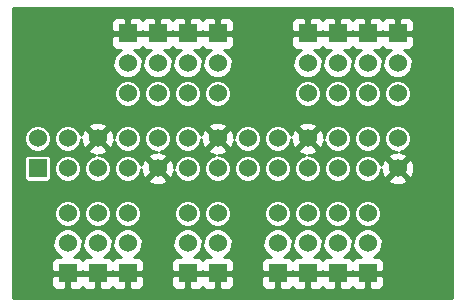
<source format=gbl>
G04 (created by PCBNEW (2013-07-07 BZR 4022)-stable) date 11/4/2014 8:47:17 PM*
%MOIN*%
G04 Gerber Fmt 3.4, Leading zero omitted, Abs format*
%FSLAX34Y34*%
G01*
G70*
G90*
G04 APERTURE LIST*
%ADD10C,0.00590551*%
%ADD11R,0.06X0.06*%
%ADD12C,0.06*%
%ADD13C,0.01*%
G04 APERTURE END LIST*
G54D10*
G54D11*
X1000Y-5500D03*
G54D12*
X1000Y-4500D03*
X2000Y-5500D03*
X2000Y-4500D03*
X3000Y-5500D03*
X3000Y-4500D03*
X4000Y-5500D03*
X4000Y-4500D03*
X5000Y-5500D03*
X5000Y-4500D03*
X6000Y-5500D03*
X6000Y-4500D03*
X7000Y-5500D03*
X7000Y-4500D03*
X8000Y-5500D03*
X8000Y-4500D03*
X9000Y-5500D03*
X9000Y-4500D03*
X10000Y-5500D03*
X10000Y-4500D03*
X11000Y-5500D03*
X11000Y-4500D03*
X12000Y-5500D03*
X12000Y-4500D03*
X13000Y-5500D03*
X13000Y-4500D03*
G54D11*
X4000Y-9000D03*
G54D12*
X4000Y-8000D03*
X4000Y-7000D03*
G54D11*
X7000Y-9000D03*
G54D12*
X7000Y-8000D03*
X7000Y-7000D03*
G54D11*
X10000Y-9000D03*
G54D12*
X10000Y-8000D03*
X10000Y-7000D03*
G54D11*
X12000Y-9000D03*
G54D12*
X12000Y-8000D03*
X12000Y-7000D03*
G54D11*
X9000Y-9000D03*
G54D12*
X9000Y-8000D03*
X9000Y-7000D03*
G54D11*
X11000Y-9000D03*
G54D12*
X11000Y-8000D03*
X11000Y-7000D03*
G54D11*
X6000Y-9000D03*
G54D12*
X6000Y-8000D03*
X6000Y-7000D03*
G54D11*
X7000Y-1000D03*
G54D12*
X7000Y-2000D03*
X7000Y-3000D03*
G54D11*
X10000Y-1000D03*
G54D12*
X10000Y-2000D03*
X10000Y-3000D03*
G54D11*
X11000Y-1000D03*
G54D12*
X11000Y-2000D03*
X11000Y-3000D03*
G54D11*
X12000Y-1000D03*
G54D12*
X12000Y-2000D03*
X12000Y-3000D03*
G54D11*
X13000Y-1000D03*
G54D12*
X13000Y-2000D03*
X13000Y-3000D03*
G54D11*
X3000Y-9000D03*
G54D12*
X3000Y-8000D03*
X3000Y-7000D03*
G54D11*
X5000Y-1000D03*
G54D12*
X5000Y-2000D03*
X5000Y-3000D03*
G54D11*
X2000Y-9000D03*
G54D12*
X2000Y-8000D03*
X2000Y-7000D03*
G54D11*
X4000Y-1000D03*
G54D12*
X4000Y-2000D03*
X4000Y-3000D03*
G54D11*
X6000Y-1000D03*
G54D12*
X6000Y-2000D03*
X6000Y-3000D03*
G54D10*
G36*
X14830Y-9830D02*
X13554Y-9830D01*
X13554Y-5581D01*
X13550Y-5487D01*
X13550Y-1349D01*
X13550Y-650D01*
X13512Y-558D01*
X13441Y-488D01*
X13349Y-450D01*
X13250Y-449D01*
X13112Y-450D01*
X13050Y-512D01*
X13050Y-950D01*
X13487Y-950D01*
X13550Y-887D01*
X13550Y-650D01*
X13550Y-1349D01*
X13550Y-1112D01*
X13487Y-1050D01*
X13050Y-1050D01*
X13050Y-1057D01*
X12950Y-1057D01*
X12950Y-1050D01*
X12950Y-950D01*
X12950Y-512D01*
X12887Y-450D01*
X12749Y-449D01*
X12650Y-450D01*
X12558Y-488D01*
X12500Y-546D01*
X12441Y-488D01*
X12349Y-450D01*
X12250Y-449D01*
X12112Y-450D01*
X12050Y-512D01*
X12050Y-950D01*
X12487Y-950D01*
X12500Y-937D01*
X12512Y-950D01*
X12950Y-950D01*
X12950Y-1050D01*
X12512Y-1050D01*
X12500Y-1062D01*
X12487Y-1050D01*
X12050Y-1050D01*
X12050Y-1057D01*
X11950Y-1057D01*
X11950Y-1050D01*
X11950Y-950D01*
X11950Y-512D01*
X11887Y-450D01*
X11749Y-449D01*
X11650Y-450D01*
X11558Y-488D01*
X11500Y-546D01*
X11441Y-488D01*
X11349Y-450D01*
X11250Y-449D01*
X11112Y-450D01*
X11050Y-512D01*
X11050Y-950D01*
X11487Y-950D01*
X11500Y-937D01*
X11512Y-950D01*
X11950Y-950D01*
X11950Y-1050D01*
X11512Y-1050D01*
X11500Y-1062D01*
X11487Y-1050D01*
X11050Y-1050D01*
X11050Y-1057D01*
X10950Y-1057D01*
X10950Y-1050D01*
X10950Y-950D01*
X10950Y-512D01*
X10887Y-450D01*
X10749Y-449D01*
X10650Y-450D01*
X10558Y-488D01*
X10500Y-546D01*
X10441Y-488D01*
X10349Y-450D01*
X10250Y-449D01*
X10112Y-450D01*
X10050Y-512D01*
X10050Y-950D01*
X10487Y-950D01*
X10500Y-937D01*
X10512Y-950D01*
X10950Y-950D01*
X10950Y-1050D01*
X10512Y-1050D01*
X10500Y-1062D01*
X10487Y-1050D01*
X10050Y-1050D01*
X10050Y-1057D01*
X9950Y-1057D01*
X9950Y-1050D01*
X9950Y-950D01*
X9950Y-512D01*
X9887Y-450D01*
X9749Y-449D01*
X9650Y-450D01*
X9558Y-488D01*
X9487Y-558D01*
X9449Y-650D01*
X9450Y-887D01*
X9512Y-950D01*
X9950Y-950D01*
X9950Y-1050D01*
X9512Y-1050D01*
X9450Y-1112D01*
X9449Y-1349D01*
X9487Y-1441D01*
X9558Y-1511D01*
X9650Y-1549D01*
X9749Y-1550D01*
X9779Y-1550D01*
X9717Y-1575D01*
X9576Y-1716D01*
X9500Y-1900D01*
X9499Y-2099D01*
X9575Y-2282D01*
X9716Y-2423D01*
X9900Y-2499D01*
X10099Y-2500D01*
X10282Y-2424D01*
X10423Y-2283D01*
X10499Y-2099D01*
X10500Y-1900D01*
X10424Y-1717D01*
X10283Y-1576D01*
X10220Y-1550D01*
X10250Y-1550D01*
X10349Y-1549D01*
X10441Y-1511D01*
X10500Y-1453D01*
X10558Y-1511D01*
X10650Y-1549D01*
X10749Y-1550D01*
X10779Y-1550D01*
X10717Y-1575D01*
X10576Y-1716D01*
X10500Y-1900D01*
X10499Y-2099D01*
X10575Y-2282D01*
X10716Y-2423D01*
X10900Y-2499D01*
X11099Y-2500D01*
X11282Y-2424D01*
X11423Y-2283D01*
X11499Y-2099D01*
X11500Y-1900D01*
X11424Y-1717D01*
X11283Y-1576D01*
X11220Y-1550D01*
X11250Y-1550D01*
X11349Y-1549D01*
X11441Y-1511D01*
X11500Y-1453D01*
X11558Y-1511D01*
X11650Y-1549D01*
X11749Y-1550D01*
X11779Y-1550D01*
X11717Y-1575D01*
X11576Y-1716D01*
X11500Y-1900D01*
X11499Y-2099D01*
X11575Y-2282D01*
X11716Y-2423D01*
X11900Y-2499D01*
X12099Y-2500D01*
X12282Y-2424D01*
X12423Y-2283D01*
X12499Y-2099D01*
X12500Y-1900D01*
X12424Y-1717D01*
X12283Y-1576D01*
X12220Y-1550D01*
X12250Y-1550D01*
X12349Y-1549D01*
X12441Y-1511D01*
X12500Y-1453D01*
X12558Y-1511D01*
X12650Y-1549D01*
X12749Y-1550D01*
X12779Y-1550D01*
X12717Y-1575D01*
X12576Y-1716D01*
X12500Y-1900D01*
X12499Y-2099D01*
X12575Y-2282D01*
X12716Y-2423D01*
X12900Y-2499D01*
X13099Y-2500D01*
X13282Y-2424D01*
X13423Y-2283D01*
X13499Y-2099D01*
X13500Y-1900D01*
X13424Y-1717D01*
X13283Y-1576D01*
X13220Y-1550D01*
X13250Y-1550D01*
X13349Y-1549D01*
X13441Y-1511D01*
X13512Y-1441D01*
X13550Y-1349D01*
X13550Y-5487D01*
X13543Y-5363D01*
X13481Y-5212D01*
X13450Y-5203D01*
X13450Y-4410D01*
X13450Y-2910D01*
X13381Y-2745D01*
X13255Y-2618D01*
X13089Y-2550D01*
X12910Y-2549D01*
X12745Y-2618D01*
X12618Y-2744D01*
X12550Y-2910D01*
X12549Y-3089D01*
X12618Y-3254D01*
X12744Y-3381D01*
X12910Y-3449D01*
X13089Y-3450D01*
X13254Y-3381D01*
X13381Y-3255D01*
X13449Y-3089D01*
X13450Y-2910D01*
X13450Y-4410D01*
X13381Y-4245D01*
X13255Y-4118D01*
X13089Y-4050D01*
X12910Y-4049D01*
X12745Y-4118D01*
X12618Y-4244D01*
X12550Y-4410D01*
X12549Y-4589D01*
X12618Y-4754D01*
X12744Y-4881D01*
X12910Y-4949D01*
X12986Y-4949D01*
X12863Y-4956D01*
X12712Y-5018D01*
X12684Y-5114D01*
X13000Y-5429D01*
X13315Y-5114D01*
X13287Y-5018D01*
X13092Y-4948D01*
X13254Y-4881D01*
X13381Y-4755D01*
X13449Y-4589D01*
X13450Y-4410D01*
X13450Y-5203D01*
X13385Y-5184D01*
X13070Y-5500D01*
X13385Y-5815D01*
X13481Y-5787D01*
X13554Y-5581D01*
X13554Y-9830D01*
X13315Y-9830D01*
X13315Y-5885D01*
X13000Y-5570D01*
X12929Y-5641D01*
X12929Y-5500D01*
X12614Y-5184D01*
X12518Y-5212D01*
X12450Y-5404D01*
X12450Y-4410D01*
X12450Y-2910D01*
X12381Y-2745D01*
X12255Y-2618D01*
X12089Y-2550D01*
X11910Y-2549D01*
X11745Y-2618D01*
X11618Y-2744D01*
X11550Y-2910D01*
X11549Y-3089D01*
X11618Y-3254D01*
X11744Y-3381D01*
X11910Y-3449D01*
X12089Y-3450D01*
X12254Y-3381D01*
X12381Y-3255D01*
X12449Y-3089D01*
X12450Y-2910D01*
X12450Y-4410D01*
X12381Y-4245D01*
X12255Y-4118D01*
X12089Y-4050D01*
X11910Y-4049D01*
X11745Y-4118D01*
X11618Y-4244D01*
X11550Y-4410D01*
X11549Y-4589D01*
X11618Y-4754D01*
X11744Y-4881D01*
X11910Y-4949D01*
X12089Y-4950D01*
X12254Y-4881D01*
X12381Y-4755D01*
X12449Y-4589D01*
X12450Y-4410D01*
X12450Y-5404D01*
X12448Y-5407D01*
X12381Y-5245D01*
X12255Y-5118D01*
X12089Y-5050D01*
X11910Y-5049D01*
X11745Y-5118D01*
X11618Y-5244D01*
X11550Y-5410D01*
X11549Y-5589D01*
X11618Y-5754D01*
X11744Y-5881D01*
X11910Y-5949D01*
X12089Y-5950D01*
X12254Y-5881D01*
X12381Y-5755D01*
X12449Y-5589D01*
X12449Y-5513D01*
X12456Y-5636D01*
X12518Y-5787D01*
X12614Y-5815D01*
X12929Y-5500D01*
X12929Y-5641D01*
X12684Y-5885D01*
X12712Y-5981D01*
X12918Y-6054D01*
X13136Y-6043D01*
X13287Y-5981D01*
X13315Y-5885D01*
X13315Y-9830D01*
X12550Y-9830D01*
X12550Y-9349D01*
X12550Y-8650D01*
X12512Y-8558D01*
X12441Y-8488D01*
X12349Y-8450D01*
X12250Y-8449D01*
X12220Y-8449D01*
X12282Y-8424D01*
X12423Y-8283D01*
X12499Y-8099D01*
X12500Y-7900D01*
X12450Y-7779D01*
X12450Y-6910D01*
X12381Y-6745D01*
X12255Y-6618D01*
X12089Y-6550D01*
X11910Y-6549D01*
X11745Y-6618D01*
X11618Y-6744D01*
X11550Y-6910D01*
X11549Y-7089D01*
X11618Y-7254D01*
X11744Y-7381D01*
X11910Y-7449D01*
X12089Y-7450D01*
X12254Y-7381D01*
X12381Y-7255D01*
X12449Y-7089D01*
X12450Y-6910D01*
X12450Y-7779D01*
X12424Y-7717D01*
X12283Y-7576D01*
X12099Y-7500D01*
X11900Y-7499D01*
X11717Y-7575D01*
X11576Y-7716D01*
X11500Y-7900D01*
X11499Y-8099D01*
X11575Y-8282D01*
X11716Y-8423D01*
X11779Y-8449D01*
X11749Y-8449D01*
X11650Y-8450D01*
X11558Y-8488D01*
X11500Y-8546D01*
X11441Y-8488D01*
X11349Y-8450D01*
X11250Y-8449D01*
X11220Y-8449D01*
X11282Y-8424D01*
X11423Y-8283D01*
X11499Y-8099D01*
X11500Y-7900D01*
X11450Y-7779D01*
X11450Y-6910D01*
X11450Y-5410D01*
X11450Y-4410D01*
X11450Y-2910D01*
X11381Y-2745D01*
X11255Y-2618D01*
X11089Y-2550D01*
X10910Y-2549D01*
X10745Y-2618D01*
X10618Y-2744D01*
X10550Y-2910D01*
X10549Y-3089D01*
X10618Y-3254D01*
X10744Y-3381D01*
X10910Y-3449D01*
X11089Y-3450D01*
X11254Y-3381D01*
X11381Y-3255D01*
X11449Y-3089D01*
X11450Y-2910D01*
X11450Y-4410D01*
X11381Y-4245D01*
X11255Y-4118D01*
X11089Y-4050D01*
X10910Y-4049D01*
X10745Y-4118D01*
X10618Y-4244D01*
X10550Y-4410D01*
X10550Y-4486D01*
X10543Y-4363D01*
X10481Y-4212D01*
X10450Y-4203D01*
X10450Y-2910D01*
X10381Y-2745D01*
X10255Y-2618D01*
X10089Y-2550D01*
X9910Y-2549D01*
X9745Y-2618D01*
X9618Y-2744D01*
X9550Y-2910D01*
X9549Y-3089D01*
X9618Y-3254D01*
X9744Y-3381D01*
X9910Y-3449D01*
X10089Y-3450D01*
X10254Y-3381D01*
X10381Y-3255D01*
X10449Y-3089D01*
X10450Y-2910D01*
X10450Y-4203D01*
X10385Y-4184D01*
X10315Y-4255D01*
X10315Y-4114D01*
X10287Y-4018D01*
X10081Y-3945D01*
X9863Y-3956D01*
X9712Y-4018D01*
X9684Y-4114D01*
X10000Y-4429D01*
X10315Y-4114D01*
X10315Y-4255D01*
X10070Y-4500D01*
X10385Y-4815D01*
X10481Y-4787D01*
X10551Y-4592D01*
X10618Y-4754D01*
X10744Y-4881D01*
X10910Y-4949D01*
X11089Y-4950D01*
X11254Y-4881D01*
X11381Y-4755D01*
X11449Y-4589D01*
X11450Y-4410D01*
X11450Y-5410D01*
X11381Y-5245D01*
X11255Y-5118D01*
X11089Y-5050D01*
X10910Y-5049D01*
X10745Y-5118D01*
X10618Y-5244D01*
X10550Y-5410D01*
X10549Y-5589D01*
X10618Y-5754D01*
X10744Y-5881D01*
X10910Y-5949D01*
X11089Y-5950D01*
X11254Y-5881D01*
X11381Y-5755D01*
X11449Y-5589D01*
X11450Y-5410D01*
X11450Y-6910D01*
X11381Y-6745D01*
X11255Y-6618D01*
X11089Y-6550D01*
X10910Y-6549D01*
X10745Y-6618D01*
X10618Y-6744D01*
X10550Y-6910D01*
X10549Y-7089D01*
X10618Y-7254D01*
X10744Y-7381D01*
X10910Y-7449D01*
X11089Y-7450D01*
X11254Y-7381D01*
X11381Y-7255D01*
X11449Y-7089D01*
X11450Y-6910D01*
X11450Y-7779D01*
X11424Y-7717D01*
X11283Y-7576D01*
X11099Y-7500D01*
X10900Y-7499D01*
X10717Y-7575D01*
X10576Y-7716D01*
X10500Y-7900D01*
X10499Y-8099D01*
X10575Y-8282D01*
X10716Y-8423D01*
X10779Y-8449D01*
X10749Y-8449D01*
X10650Y-8450D01*
X10558Y-8488D01*
X10500Y-8546D01*
X10441Y-8488D01*
X10349Y-8450D01*
X10250Y-8449D01*
X10220Y-8449D01*
X10282Y-8424D01*
X10423Y-8283D01*
X10499Y-8099D01*
X10500Y-7900D01*
X10450Y-7779D01*
X10450Y-6910D01*
X10450Y-5410D01*
X10381Y-5245D01*
X10255Y-5118D01*
X10089Y-5050D01*
X10013Y-5050D01*
X10136Y-5043D01*
X10287Y-4981D01*
X10315Y-4885D01*
X10000Y-4570D01*
X9929Y-4641D01*
X9929Y-4500D01*
X9614Y-4184D01*
X9518Y-4212D01*
X9448Y-4407D01*
X9381Y-4245D01*
X9255Y-4118D01*
X9089Y-4050D01*
X8910Y-4049D01*
X8745Y-4118D01*
X8618Y-4244D01*
X8550Y-4410D01*
X8549Y-4589D01*
X8618Y-4754D01*
X8744Y-4881D01*
X8910Y-4949D01*
X9089Y-4950D01*
X9254Y-4881D01*
X9381Y-4755D01*
X9449Y-4589D01*
X9449Y-4513D01*
X9456Y-4636D01*
X9518Y-4787D01*
X9614Y-4815D01*
X9929Y-4500D01*
X9929Y-4641D01*
X9684Y-4885D01*
X9712Y-4981D01*
X9907Y-5051D01*
X9745Y-5118D01*
X9618Y-5244D01*
X9550Y-5410D01*
X9549Y-5589D01*
X9618Y-5754D01*
X9744Y-5881D01*
X9910Y-5949D01*
X10089Y-5950D01*
X10254Y-5881D01*
X10381Y-5755D01*
X10449Y-5589D01*
X10450Y-5410D01*
X10450Y-6910D01*
X10381Y-6745D01*
X10255Y-6618D01*
X10089Y-6550D01*
X9910Y-6549D01*
X9745Y-6618D01*
X9618Y-6744D01*
X9550Y-6910D01*
X9549Y-7089D01*
X9618Y-7254D01*
X9744Y-7381D01*
X9910Y-7449D01*
X10089Y-7450D01*
X10254Y-7381D01*
X10381Y-7255D01*
X10449Y-7089D01*
X10450Y-6910D01*
X10450Y-7779D01*
X10424Y-7717D01*
X10283Y-7576D01*
X10099Y-7500D01*
X9900Y-7499D01*
X9717Y-7575D01*
X9576Y-7716D01*
X9500Y-7900D01*
X9499Y-8099D01*
X9575Y-8282D01*
X9716Y-8423D01*
X9779Y-8449D01*
X9749Y-8449D01*
X9650Y-8450D01*
X9558Y-8488D01*
X9500Y-8546D01*
X9441Y-8488D01*
X9349Y-8450D01*
X9250Y-8449D01*
X9220Y-8449D01*
X9282Y-8424D01*
X9423Y-8283D01*
X9499Y-8099D01*
X9500Y-7900D01*
X9450Y-7779D01*
X9450Y-6910D01*
X9450Y-5410D01*
X9381Y-5245D01*
X9255Y-5118D01*
X9089Y-5050D01*
X8910Y-5049D01*
X8745Y-5118D01*
X8618Y-5244D01*
X8550Y-5410D01*
X8549Y-5589D01*
X8618Y-5754D01*
X8744Y-5881D01*
X8910Y-5949D01*
X9089Y-5950D01*
X9254Y-5881D01*
X9381Y-5755D01*
X9449Y-5589D01*
X9450Y-5410D01*
X9450Y-6910D01*
X9381Y-6745D01*
X9255Y-6618D01*
X9089Y-6550D01*
X8910Y-6549D01*
X8745Y-6618D01*
X8618Y-6744D01*
X8550Y-6910D01*
X8549Y-7089D01*
X8618Y-7254D01*
X8744Y-7381D01*
X8910Y-7449D01*
X9089Y-7450D01*
X9254Y-7381D01*
X9381Y-7255D01*
X9449Y-7089D01*
X9450Y-6910D01*
X9450Y-7779D01*
X9424Y-7717D01*
X9283Y-7576D01*
X9099Y-7500D01*
X8900Y-7499D01*
X8717Y-7575D01*
X8576Y-7716D01*
X8500Y-7900D01*
X8499Y-8099D01*
X8575Y-8282D01*
X8716Y-8423D01*
X8779Y-8449D01*
X8749Y-8449D01*
X8650Y-8450D01*
X8558Y-8488D01*
X8487Y-8558D01*
X8450Y-8650D01*
X8450Y-5410D01*
X8450Y-4410D01*
X8381Y-4245D01*
X8255Y-4118D01*
X8089Y-4050D01*
X7910Y-4049D01*
X7745Y-4118D01*
X7618Y-4244D01*
X7550Y-4410D01*
X7550Y-4450D01*
X7550Y-1349D01*
X7550Y-650D01*
X7512Y-558D01*
X7441Y-488D01*
X7349Y-450D01*
X7250Y-449D01*
X7112Y-450D01*
X7050Y-512D01*
X7050Y-950D01*
X7487Y-950D01*
X7550Y-887D01*
X7550Y-650D01*
X7550Y-1349D01*
X7550Y-1112D01*
X7487Y-1050D01*
X7050Y-1050D01*
X7050Y-1057D01*
X6950Y-1057D01*
X6950Y-1050D01*
X6950Y-950D01*
X6950Y-512D01*
X6887Y-450D01*
X6749Y-449D01*
X6650Y-450D01*
X6558Y-488D01*
X6500Y-546D01*
X6441Y-488D01*
X6349Y-450D01*
X6250Y-449D01*
X6112Y-450D01*
X6050Y-512D01*
X6050Y-950D01*
X6487Y-950D01*
X6500Y-937D01*
X6512Y-950D01*
X6950Y-950D01*
X6950Y-1050D01*
X6512Y-1050D01*
X6500Y-1062D01*
X6487Y-1050D01*
X6050Y-1050D01*
X6050Y-1057D01*
X5950Y-1057D01*
X5950Y-1050D01*
X5950Y-950D01*
X5950Y-512D01*
X5887Y-450D01*
X5749Y-449D01*
X5650Y-450D01*
X5558Y-488D01*
X5500Y-546D01*
X5441Y-488D01*
X5349Y-450D01*
X5250Y-449D01*
X5112Y-450D01*
X5050Y-512D01*
X5050Y-950D01*
X5487Y-950D01*
X5500Y-937D01*
X5512Y-950D01*
X5950Y-950D01*
X5950Y-1050D01*
X5512Y-1050D01*
X5500Y-1062D01*
X5487Y-1050D01*
X5050Y-1050D01*
X5050Y-1057D01*
X4950Y-1057D01*
X4950Y-1050D01*
X4950Y-950D01*
X4950Y-512D01*
X4887Y-450D01*
X4749Y-449D01*
X4650Y-450D01*
X4558Y-488D01*
X4500Y-546D01*
X4441Y-488D01*
X4349Y-450D01*
X4250Y-449D01*
X4112Y-450D01*
X4050Y-512D01*
X4050Y-950D01*
X4487Y-950D01*
X4500Y-937D01*
X4512Y-950D01*
X4950Y-950D01*
X4950Y-1050D01*
X4512Y-1050D01*
X4500Y-1062D01*
X4487Y-1050D01*
X4050Y-1050D01*
X4050Y-1057D01*
X3950Y-1057D01*
X3950Y-1050D01*
X3950Y-950D01*
X3950Y-512D01*
X3887Y-450D01*
X3749Y-449D01*
X3650Y-450D01*
X3558Y-488D01*
X3487Y-558D01*
X3449Y-650D01*
X3450Y-887D01*
X3512Y-950D01*
X3950Y-950D01*
X3950Y-1050D01*
X3512Y-1050D01*
X3450Y-1112D01*
X3449Y-1349D01*
X3487Y-1441D01*
X3558Y-1511D01*
X3650Y-1549D01*
X3749Y-1550D01*
X3779Y-1550D01*
X3717Y-1575D01*
X3576Y-1716D01*
X3500Y-1900D01*
X3499Y-2099D01*
X3575Y-2282D01*
X3716Y-2423D01*
X3900Y-2499D01*
X4099Y-2500D01*
X4282Y-2424D01*
X4423Y-2283D01*
X4499Y-2099D01*
X4500Y-1900D01*
X4424Y-1717D01*
X4283Y-1576D01*
X4220Y-1550D01*
X4250Y-1550D01*
X4349Y-1549D01*
X4441Y-1511D01*
X4500Y-1453D01*
X4558Y-1511D01*
X4650Y-1549D01*
X4749Y-1550D01*
X4779Y-1550D01*
X4717Y-1575D01*
X4576Y-1716D01*
X4500Y-1900D01*
X4499Y-2099D01*
X4575Y-2282D01*
X4716Y-2423D01*
X4900Y-2499D01*
X5099Y-2500D01*
X5282Y-2424D01*
X5423Y-2283D01*
X5499Y-2099D01*
X5500Y-1900D01*
X5424Y-1717D01*
X5283Y-1576D01*
X5220Y-1550D01*
X5250Y-1550D01*
X5349Y-1549D01*
X5441Y-1511D01*
X5500Y-1453D01*
X5558Y-1511D01*
X5650Y-1549D01*
X5749Y-1550D01*
X5779Y-1550D01*
X5717Y-1575D01*
X5576Y-1716D01*
X5500Y-1900D01*
X5499Y-2099D01*
X5575Y-2282D01*
X5716Y-2423D01*
X5900Y-2499D01*
X6099Y-2500D01*
X6282Y-2424D01*
X6423Y-2283D01*
X6499Y-2099D01*
X6500Y-1900D01*
X6424Y-1717D01*
X6283Y-1576D01*
X6220Y-1550D01*
X6250Y-1550D01*
X6349Y-1549D01*
X6441Y-1511D01*
X6500Y-1453D01*
X6558Y-1511D01*
X6650Y-1549D01*
X6749Y-1550D01*
X6779Y-1550D01*
X6717Y-1575D01*
X6576Y-1716D01*
X6500Y-1900D01*
X6499Y-2099D01*
X6575Y-2282D01*
X6716Y-2423D01*
X6900Y-2499D01*
X7099Y-2500D01*
X7282Y-2424D01*
X7423Y-2283D01*
X7499Y-2099D01*
X7500Y-1900D01*
X7424Y-1717D01*
X7283Y-1576D01*
X7220Y-1550D01*
X7250Y-1550D01*
X7349Y-1549D01*
X7441Y-1511D01*
X7512Y-1441D01*
X7550Y-1349D01*
X7550Y-4450D01*
X7550Y-4486D01*
X7543Y-4363D01*
X7481Y-4212D01*
X7450Y-4203D01*
X7450Y-2910D01*
X7381Y-2745D01*
X7255Y-2618D01*
X7089Y-2550D01*
X6910Y-2549D01*
X6745Y-2618D01*
X6618Y-2744D01*
X6550Y-2910D01*
X6549Y-3089D01*
X6618Y-3254D01*
X6744Y-3381D01*
X6910Y-3449D01*
X7089Y-3450D01*
X7254Y-3381D01*
X7381Y-3255D01*
X7449Y-3089D01*
X7450Y-2910D01*
X7450Y-4203D01*
X7385Y-4184D01*
X7315Y-4255D01*
X7315Y-4114D01*
X7287Y-4018D01*
X7081Y-3945D01*
X6863Y-3956D01*
X6712Y-4018D01*
X6684Y-4114D01*
X7000Y-4429D01*
X7315Y-4114D01*
X7315Y-4255D01*
X7070Y-4500D01*
X7385Y-4815D01*
X7481Y-4787D01*
X7551Y-4592D01*
X7618Y-4754D01*
X7744Y-4881D01*
X7910Y-4949D01*
X8089Y-4950D01*
X8254Y-4881D01*
X8381Y-4755D01*
X8449Y-4589D01*
X8450Y-4410D01*
X8450Y-5410D01*
X8381Y-5245D01*
X8255Y-5118D01*
X8089Y-5050D01*
X7910Y-5049D01*
X7745Y-5118D01*
X7618Y-5244D01*
X7550Y-5410D01*
X7549Y-5589D01*
X7618Y-5754D01*
X7744Y-5881D01*
X7910Y-5949D01*
X8089Y-5950D01*
X8254Y-5881D01*
X8381Y-5755D01*
X8449Y-5589D01*
X8450Y-5410D01*
X8450Y-8650D01*
X8449Y-8650D01*
X8450Y-8887D01*
X8512Y-8950D01*
X8950Y-8950D01*
X8950Y-8942D01*
X9050Y-8942D01*
X9050Y-8950D01*
X9487Y-8950D01*
X9500Y-8937D01*
X9512Y-8950D01*
X9950Y-8950D01*
X9950Y-8942D01*
X10050Y-8942D01*
X10050Y-8950D01*
X10487Y-8950D01*
X10500Y-8937D01*
X10512Y-8950D01*
X10950Y-8950D01*
X10950Y-8942D01*
X11050Y-8942D01*
X11050Y-8950D01*
X11487Y-8950D01*
X11500Y-8937D01*
X11512Y-8950D01*
X11950Y-8950D01*
X11950Y-8942D01*
X12050Y-8942D01*
X12050Y-8950D01*
X12487Y-8950D01*
X12550Y-8887D01*
X12550Y-8650D01*
X12550Y-9349D01*
X12550Y-9112D01*
X12487Y-9050D01*
X12050Y-9050D01*
X12050Y-9487D01*
X12112Y-9550D01*
X12250Y-9550D01*
X12349Y-9549D01*
X12441Y-9511D01*
X12512Y-9441D01*
X12550Y-9349D01*
X12550Y-9830D01*
X11950Y-9830D01*
X11950Y-9487D01*
X11950Y-9050D01*
X11512Y-9050D01*
X11500Y-9062D01*
X11487Y-9050D01*
X11050Y-9050D01*
X11050Y-9487D01*
X11112Y-9550D01*
X11250Y-9550D01*
X11349Y-9549D01*
X11441Y-9511D01*
X11500Y-9453D01*
X11558Y-9511D01*
X11650Y-9549D01*
X11749Y-9550D01*
X11887Y-9550D01*
X11950Y-9487D01*
X11950Y-9830D01*
X10950Y-9830D01*
X10950Y-9487D01*
X10950Y-9050D01*
X10512Y-9050D01*
X10500Y-9062D01*
X10487Y-9050D01*
X10050Y-9050D01*
X10050Y-9487D01*
X10112Y-9550D01*
X10250Y-9550D01*
X10349Y-9549D01*
X10441Y-9511D01*
X10500Y-9453D01*
X10558Y-9511D01*
X10650Y-9549D01*
X10749Y-9550D01*
X10887Y-9550D01*
X10950Y-9487D01*
X10950Y-9830D01*
X9950Y-9830D01*
X9950Y-9487D01*
X9950Y-9050D01*
X9512Y-9050D01*
X9500Y-9062D01*
X9487Y-9050D01*
X9050Y-9050D01*
X9050Y-9487D01*
X9112Y-9550D01*
X9250Y-9550D01*
X9349Y-9549D01*
X9441Y-9511D01*
X9500Y-9453D01*
X9558Y-9511D01*
X9650Y-9549D01*
X9749Y-9550D01*
X9887Y-9550D01*
X9950Y-9487D01*
X9950Y-9830D01*
X8950Y-9830D01*
X8950Y-9487D01*
X8950Y-9050D01*
X8512Y-9050D01*
X8450Y-9112D01*
X8449Y-9349D01*
X8487Y-9441D01*
X8558Y-9511D01*
X8650Y-9549D01*
X8749Y-9550D01*
X8887Y-9550D01*
X8950Y-9487D01*
X8950Y-9830D01*
X7550Y-9830D01*
X7550Y-9349D01*
X7550Y-8650D01*
X7512Y-8558D01*
X7441Y-8488D01*
X7349Y-8450D01*
X7250Y-8449D01*
X7220Y-8449D01*
X7282Y-8424D01*
X7423Y-8283D01*
X7499Y-8099D01*
X7500Y-7900D01*
X7450Y-7779D01*
X7450Y-6910D01*
X7450Y-5410D01*
X7381Y-5245D01*
X7255Y-5118D01*
X7089Y-5050D01*
X7013Y-5050D01*
X7136Y-5043D01*
X7287Y-4981D01*
X7315Y-4885D01*
X7000Y-4570D01*
X6929Y-4641D01*
X6929Y-4500D01*
X6614Y-4184D01*
X6518Y-4212D01*
X6450Y-4404D01*
X6450Y-2910D01*
X6381Y-2745D01*
X6255Y-2618D01*
X6089Y-2550D01*
X5910Y-2549D01*
X5745Y-2618D01*
X5618Y-2744D01*
X5550Y-2910D01*
X5549Y-3089D01*
X5618Y-3254D01*
X5744Y-3381D01*
X5910Y-3449D01*
X6089Y-3450D01*
X6254Y-3381D01*
X6381Y-3255D01*
X6449Y-3089D01*
X6450Y-2910D01*
X6450Y-4404D01*
X6448Y-4407D01*
X6381Y-4245D01*
X6255Y-4118D01*
X6089Y-4050D01*
X5910Y-4049D01*
X5745Y-4118D01*
X5618Y-4244D01*
X5550Y-4410D01*
X5549Y-4589D01*
X5618Y-4754D01*
X5744Y-4881D01*
X5910Y-4949D01*
X6089Y-4950D01*
X6254Y-4881D01*
X6381Y-4755D01*
X6449Y-4589D01*
X6449Y-4513D01*
X6456Y-4636D01*
X6518Y-4787D01*
X6614Y-4815D01*
X6929Y-4500D01*
X6929Y-4641D01*
X6684Y-4885D01*
X6712Y-4981D01*
X6907Y-5051D01*
X6745Y-5118D01*
X6618Y-5244D01*
X6550Y-5410D01*
X6549Y-5589D01*
X6618Y-5754D01*
X6744Y-5881D01*
X6910Y-5949D01*
X7089Y-5950D01*
X7254Y-5881D01*
X7381Y-5755D01*
X7449Y-5589D01*
X7450Y-5410D01*
X7450Y-6910D01*
X7381Y-6745D01*
X7255Y-6618D01*
X7089Y-6550D01*
X6910Y-6549D01*
X6745Y-6618D01*
X6618Y-6744D01*
X6550Y-6910D01*
X6549Y-7089D01*
X6618Y-7254D01*
X6744Y-7381D01*
X6910Y-7449D01*
X7089Y-7450D01*
X7254Y-7381D01*
X7381Y-7255D01*
X7449Y-7089D01*
X7450Y-6910D01*
X7450Y-7779D01*
X7424Y-7717D01*
X7283Y-7576D01*
X7099Y-7500D01*
X6900Y-7499D01*
X6717Y-7575D01*
X6576Y-7716D01*
X6500Y-7900D01*
X6499Y-8099D01*
X6575Y-8282D01*
X6716Y-8423D01*
X6779Y-8449D01*
X6749Y-8449D01*
X6650Y-8450D01*
X6558Y-8488D01*
X6500Y-8546D01*
X6441Y-8488D01*
X6349Y-8450D01*
X6250Y-8449D01*
X6220Y-8449D01*
X6282Y-8424D01*
X6423Y-8283D01*
X6499Y-8099D01*
X6500Y-7900D01*
X6450Y-7779D01*
X6450Y-6910D01*
X6450Y-5410D01*
X6381Y-5245D01*
X6255Y-5118D01*
X6089Y-5050D01*
X5910Y-5049D01*
X5745Y-5118D01*
X5618Y-5244D01*
X5550Y-5410D01*
X5550Y-5486D01*
X5543Y-5363D01*
X5481Y-5212D01*
X5450Y-5203D01*
X5450Y-4410D01*
X5450Y-2910D01*
X5381Y-2745D01*
X5255Y-2618D01*
X5089Y-2550D01*
X4910Y-2549D01*
X4745Y-2618D01*
X4618Y-2744D01*
X4550Y-2910D01*
X4549Y-3089D01*
X4618Y-3254D01*
X4744Y-3381D01*
X4910Y-3449D01*
X5089Y-3450D01*
X5254Y-3381D01*
X5381Y-3255D01*
X5449Y-3089D01*
X5450Y-2910D01*
X5450Y-4410D01*
X5381Y-4245D01*
X5255Y-4118D01*
X5089Y-4050D01*
X4910Y-4049D01*
X4745Y-4118D01*
X4618Y-4244D01*
X4550Y-4410D01*
X4549Y-4589D01*
X4618Y-4754D01*
X4744Y-4881D01*
X4910Y-4949D01*
X4986Y-4949D01*
X4863Y-4956D01*
X4712Y-5018D01*
X4684Y-5114D01*
X5000Y-5429D01*
X5315Y-5114D01*
X5287Y-5018D01*
X5092Y-4948D01*
X5254Y-4881D01*
X5381Y-4755D01*
X5449Y-4589D01*
X5450Y-4410D01*
X5450Y-5203D01*
X5385Y-5184D01*
X5070Y-5500D01*
X5385Y-5815D01*
X5481Y-5787D01*
X5551Y-5592D01*
X5618Y-5754D01*
X5744Y-5881D01*
X5910Y-5949D01*
X6089Y-5950D01*
X6254Y-5881D01*
X6381Y-5755D01*
X6449Y-5589D01*
X6450Y-5410D01*
X6450Y-6910D01*
X6381Y-6745D01*
X6255Y-6618D01*
X6089Y-6550D01*
X5910Y-6549D01*
X5745Y-6618D01*
X5618Y-6744D01*
X5550Y-6910D01*
X5549Y-7089D01*
X5618Y-7254D01*
X5744Y-7381D01*
X5910Y-7449D01*
X6089Y-7450D01*
X6254Y-7381D01*
X6381Y-7255D01*
X6449Y-7089D01*
X6450Y-6910D01*
X6450Y-7779D01*
X6424Y-7717D01*
X6283Y-7576D01*
X6099Y-7500D01*
X5900Y-7499D01*
X5717Y-7575D01*
X5576Y-7716D01*
X5500Y-7900D01*
X5499Y-8099D01*
X5575Y-8282D01*
X5716Y-8423D01*
X5779Y-8449D01*
X5749Y-8449D01*
X5650Y-8450D01*
X5558Y-8488D01*
X5487Y-8558D01*
X5449Y-8650D01*
X5450Y-8887D01*
X5512Y-8950D01*
X5950Y-8950D01*
X5950Y-8942D01*
X6050Y-8942D01*
X6050Y-8950D01*
X6487Y-8950D01*
X6500Y-8937D01*
X6512Y-8950D01*
X6950Y-8950D01*
X6950Y-8942D01*
X7050Y-8942D01*
X7050Y-8950D01*
X7487Y-8950D01*
X7550Y-8887D01*
X7550Y-8650D01*
X7550Y-9349D01*
X7550Y-9112D01*
X7487Y-9050D01*
X7050Y-9050D01*
X7050Y-9487D01*
X7112Y-9550D01*
X7250Y-9550D01*
X7349Y-9549D01*
X7441Y-9511D01*
X7512Y-9441D01*
X7550Y-9349D01*
X7550Y-9830D01*
X6950Y-9830D01*
X6950Y-9487D01*
X6950Y-9050D01*
X6512Y-9050D01*
X6500Y-9062D01*
X6487Y-9050D01*
X6050Y-9050D01*
X6050Y-9487D01*
X6112Y-9550D01*
X6250Y-9550D01*
X6349Y-9549D01*
X6441Y-9511D01*
X6500Y-9453D01*
X6558Y-9511D01*
X6650Y-9549D01*
X6749Y-9550D01*
X6887Y-9550D01*
X6950Y-9487D01*
X6950Y-9830D01*
X5950Y-9830D01*
X5950Y-9487D01*
X5950Y-9050D01*
X5512Y-9050D01*
X5450Y-9112D01*
X5449Y-9349D01*
X5487Y-9441D01*
X5558Y-9511D01*
X5650Y-9549D01*
X5749Y-9550D01*
X5887Y-9550D01*
X5950Y-9487D01*
X5950Y-9830D01*
X5315Y-9830D01*
X5315Y-5885D01*
X5000Y-5570D01*
X4929Y-5641D01*
X4929Y-5500D01*
X4614Y-5184D01*
X4518Y-5212D01*
X4450Y-5404D01*
X4450Y-4410D01*
X4450Y-2910D01*
X4381Y-2745D01*
X4255Y-2618D01*
X4089Y-2550D01*
X3910Y-2549D01*
X3745Y-2618D01*
X3618Y-2744D01*
X3550Y-2910D01*
X3549Y-3089D01*
X3618Y-3254D01*
X3744Y-3381D01*
X3910Y-3449D01*
X4089Y-3450D01*
X4254Y-3381D01*
X4381Y-3255D01*
X4449Y-3089D01*
X4450Y-2910D01*
X4450Y-4410D01*
X4381Y-4245D01*
X4255Y-4118D01*
X4089Y-4050D01*
X3910Y-4049D01*
X3745Y-4118D01*
X3618Y-4244D01*
X3550Y-4410D01*
X3550Y-4486D01*
X3543Y-4363D01*
X3481Y-4212D01*
X3385Y-4184D01*
X3315Y-4255D01*
X3315Y-4114D01*
X3287Y-4018D01*
X3081Y-3945D01*
X2863Y-3956D01*
X2712Y-4018D01*
X2684Y-4114D01*
X3000Y-4429D01*
X3315Y-4114D01*
X3315Y-4255D01*
X3070Y-4500D01*
X3385Y-4815D01*
X3481Y-4787D01*
X3551Y-4592D01*
X3618Y-4754D01*
X3744Y-4881D01*
X3910Y-4949D01*
X4089Y-4950D01*
X4254Y-4881D01*
X4381Y-4755D01*
X4449Y-4589D01*
X4450Y-4410D01*
X4450Y-5404D01*
X4448Y-5407D01*
X4381Y-5245D01*
X4255Y-5118D01*
X4089Y-5050D01*
X3910Y-5049D01*
X3745Y-5118D01*
X3618Y-5244D01*
X3550Y-5410D01*
X3549Y-5589D01*
X3618Y-5754D01*
X3744Y-5881D01*
X3910Y-5949D01*
X4089Y-5950D01*
X4254Y-5881D01*
X4381Y-5755D01*
X4449Y-5589D01*
X4449Y-5513D01*
X4456Y-5636D01*
X4518Y-5787D01*
X4614Y-5815D01*
X4929Y-5500D01*
X4929Y-5641D01*
X4684Y-5885D01*
X4712Y-5981D01*
X4918Y-6054D01*
X5136Y-6043D01*
X5287Y-5981D01*
X5315Y-5885D01*
X5315Y-9830D01*
X4550Y-9830D01*
X4550Y-9349D01*
X4550Y-8650D01*
X4512Y-8558D01*
X4441Y-8488D01*
X4349Y-8450D01*
X4250Y-8449D01*
X4220Y-8449D01*
X4282Y-8424D01*
X4423Y-8283D01*
X4499Y-8099D01*
X4500Y-7900D01*
X4450Y-7779D01*
X4450Y-6910D01*
X4381Y-6745D01*
X4255Y-6618D01*
X4089Y-6550D01*
X3910Y-6549D01*
X3745Y-6618D01*
X3618Y-6744D01*
X3550Y-6910D01*
X3549Y-7089D01*
X3618Y-7254D01*
X3744Y-7381D01*
X3910Y-7449D01*
X4089Y-7450D01*
X4254Y-7381D01*
X4381Y-7255D01*
X4449Y-7089D01*
X4450Y-6910D01*
X4450Y-7779D01*
X4424Y-7717D01*
X4283Y-7576D01*
X4099Y-7500D01*
X3900Y-7499D01*
X3717Y-7575D01*
X3576Y-7716D01*
X3500Y-7900D01*
X3499Y-8099D01*
X3575Y-8282D01*
X3716Y-8423D01*
X3779Y-8449D01*
X3749Y-8449D01*
X3650Y-8450D01*
X3558Y-8488D01*
X3500Y-8546D01*
X3441Y-8488D01*
X3349Y-8450D01*
X3250Y-8449D01*
X3220Y-8449D01*
X3282Y-8424D01*
X3423Y-8283D01*
X3499Y-8099D01*
X3500Y-7900D01*
X3450Y-7779D01*
X3450Y-6910D01*
X3450Y-5410D01*
X3381Y-5245D01*
X3255Y-5118D01*
X3089Y-5050D01*
X3013Y-5050D01*
X3136Y-5043D01*
X3287Y-4981D01*
X3315Y-4885D01*
X3000Y-4570D01*
X2929Y-4641D01*
X2929Y-4500D01*
X2614Y-4184D01*
X2518Y-4212D01*
X2448Y-4407D01*
X2381Y-4245D01*
X2255Y-4118D01*
X2089Y-4050D01*
X1910Y-4049D01*
X1745Y-4118D01*
X1618Y-4244D01*
X1550Y-4410D01*
X1549Y-4589D01*
X1618Y-4754D01*
X1744Y-4881D01*
X1910Y-4949D01*
X2089Y-4950D01*
X2254Y-4881D01*
X2381Y-4755D01*
X2449Y-4589D01*
X2449Y-4513D01*
X2456Y-4636D01*
X2518Y-4787D01*
X2614Y-4815D01*
X2929Y-4500D01*
X2929Y-4641D01*
X2684Y-4885D01*
X2712Y-4981D01*
X2907Y-5051D01*
X2745Y-5118D01*
X2618Y-5244D01*
X2550Y-5410D01*
X2549Y-5589D01*
X2618Y-5754D01*
X2744Y-5881D01*
X2910Y-5949D01*
X3089Y-5950D01*
X3254Y-5881D01*
X3381Y-5755D01*
X3449Y-5589D01*
X3450Y-5410D01*
X3450Y-6910D01*
X3381Y-6745D01*
X3255Y-6618D01*
X3089Y-6550D01*
X2910Y-6549D01*
X2745Y-6618D01*
X2618Y-6744D01*
X2550Y-6910D01*
X2549Y-7089D01*
X2618Y-7254D01*
X2744Y-7381D01*
X2910Y-7449D01*
X3089Y-7450D01*
X3254Y-7381D01*
X3381Y-7255D01*
X3449Y-7089D01*
X3450Y-6910D01*
X3450Y-7779D01*
X3424Y-7717D01*
X3283Y-7576D01*
X3099Y-7500D01*
X2900Y-7499D01*
X2717Y-7575D01*
X2576Y-7716D01*
X2500Y-7900D01*
X2499Y-8099D01*
X2575Y-8282D01*
X2716Y-8423D01*
X2779Y-8449D01*
X2749Y-8449D01*
X2650Y-8450D01*
X2558Y-8488D01*
X2500Y-8546D01*
X2441Y-8488D01*
X2349Y-8450D01*
X2250Y-8449D01*
X2220Y-8449D01*
X2282Y-8424D01*
X2423Y-8283D01*
X2499Y-8099D01*
X2500Y-7900D01*
X2450Y-7779D01*
X2450Y-6910D01*
X2450Y-5410D01*
X2381Y-5245D01*
X2255Y-5118D01*
X2089Y-5050D01*
X1910Y-5049D01*
X1745Y-5118D01*
X1618Y-5244D01*
X1550Y-5410D01*
X1549Y-5589D01*
X1618Y-5754D01*
X1744Y-5881D01*
X1910Y-5949D01*
X2089Y-5950D01*
X2254Y-5881D01*
X2381Y-5755D01*
X2449Y-5589D01*
X2450Y-5410D01*
X2450Y-6910D01*
X2381Y-6745D01*
X2255Y-6618D01*
X2089Y-6550D01*
X1910Y-6549D01*
X1745Y-6618D01*
X1618Y-6744D01*
X1550Y-6910D01*
X1549Y-7089D01*
X1618Y-7254D01*
X1744Y-7381D01*
X1910Y-7449D01*
X2089Y-7450D01*
X2254Y-7381D01*
X2381Y-7255D01*
X2449Y-7089D01*
X2450Y-6910D01*
X2450Y-7779D01*
X2424Y-7717D01*
X2283Y-7576D01*
X2099Y-7500D01*
X1900Y-7499D01*
X1717Y-7575D01*
X1576Y-7716D01*
X1500Y-7900D01*
X1499Y-8099D01*
X1575Y-8282D01*
X1716Y-8423D01*
X1779Y-8449D01*
X1749Y-8449D01*
X1650Y-8450D01*
X1558Y-8488D01*
X1487Y-8558D01*
X1450Y-8650D01*
X1450Y-4410D01*
X1381Y-4245D01*
X1255Y-4118D01*
X1089Y-4050D01*
X910Y-4049D01*
X745Y-4118D01*
X618Y-4244D01*
X550Y-4410D01*
X549Y-4589D01*
X618Y-4754D01*
X744Y-4881D01*
X910Y-4949D01*
X1089Y-4950D01*
X1254Y-4881D01*
X1381Y-4755D01*
X1449Y-4589D01*
X1450Y-4410D01*
X1450Y-8650D01*
X1450Y-8650D01*
X1450Y-5770D01*
X1450Y-5170D01*
X1427Y-5115D01*
X1385Y-5072D01*
X1329Y-5050D01*
X1270Y-5049D01*
X670Y-5049D01*
X615Y-5072D01*
X572Y-5114D01*
X550Y-5170D01*
X549Y-5229D01*
X549Y-5829D01*
X572Y-5884D01*
X614Y-5927D01*
X670Y-5949D01*
X729Y-5950D01*
X1329Y-5950D01*
X1384Y-5927D01*
X1427Y-5885D01*
X1449Y-5829D01*
X1450Y-5770D01*
X1450Y-8650D01*
X1449Y-8650D01*
X1450Y-8887D01*
X1512Y-8950D01*
X1950Y-8950D01*
X1950Y-8942D01*
X2050Y-8942D01*
X2050Y-8950D01*
X2487Y-8950D01*
X2500Y-8937D01*
X2512Y-8950D01*
X2950Y-8950D01*
X2950Y-8942D01*
X3050Y-8942D01*
X3050Y-8950D01*
X3487Y-8950D01*
X3500Y-8937D01*
X3512Y-8950D01*
X3950Y-8950D01*
X3950Y-8942D01*
X4050Y-8942D01*
X4050Y-8950D01*
X4487Y-8950D01*
X4550Y-8887D01*
X4550Y-8650D01*
X4550Y-9349D01*
X4550Y-9112D01*
X4487Y-9050D01*
X4050Y-9050D01*
X4050Y-9487D01*
X4112Y-9550D01*
X4250Y-9550D01*
X4349Y-9549D01*
X4441Y-9511D01*
X4512Y-9441D01*
X4550Y-9349D01*
X4550Y-9830D01*
X3950Y-9830D01*
X3950Y-9487D01*
X3950Y-9050D01*
X3512Y-9050D01*
X3500Y-9062D01*
X3487Y-9050D01*
X3050Y-9050D01*
X3050Y-9487D01*
X3112Y-9550D01*
X3250Y-9550D01*
X3349Y-9549D01*
X3441Y-9511D01*
X3500Y-9453D01*
X3558Y-9511D01*
X3650Y-9549D01*
X3749Y-9550D01*
X3887Y-9550D01*
X3950Y-9487D01*
X3950Y-9830D01*
X2950Y-9830D01*
X2950Y-9487D01*
X2950Y-9050D01*
X2512Y-9050D01*
X2500Y-9062D01*
X2487Y-9050D01*
X2050Y-9050D01*
X2050Y-9487D01*
X2112Y-9550D01*
X2250Y-9550D01*
X2349Y-9549D01*
X2441Y-9511D01*
X2500Y-9453D01*
X2558Y-9511D01*
X2650Y-9549D01*
X2749Y-9550D01*
X2887Y-9550D01*
X2950Y-9487D01*
X2950Y-9830D01*
X1950Y-9830D01*
X1950Y-9487D01*
X1950Y-9050D01*
X1512Y-9050D01*
X1450Y-9112D01*
X1449Y-9349D01*
X1487Y-9441D01*
X1558Y-9511D01*
X1650Y-9549D01*
X1749Y-9550D01*
X1887Y-9550D01*
X1950Y-9487D01*
X1950Y-9830D01*
X169Y-9830D01*
X169Y-169D01*
X14830Y-169D01*
X14830Y-9830D01*
X14830Y-9830D01*
G37*
G54D13*
X14830Y-9830D02*
X13554Y-9830D01*
X13554Y-5581D01*
X13550Y-5487D01*
X13550Y-1349D01*
X13550Y-650D01*
X13512Y-558D01*
X13441Y-488D01*
X13349Y-450D01*
X13250Y-449D01*
X13112Y-450D01*
X13050Y-512D01*
X13050Y-950D01*
X13487Y-950D01*
X13550Y-887D01*
X13550Y-650D01*
X13550Y-1349D01*
X13550Y-1112D01*
X13487Y-1050D01*
X13050Y-1050D01*
X13050Y-1057D01*
X12950Y-1057D01*
X12950Y-1050D01*
X12950Y-950D01*
X12950Y-512D01*
X12887Y-450D01*
X12749Y-449D01*
X12650Y-450D01*
X12558Y-488D01*
X12500Y-546D01*
X12441Y-488D01*
X12349Y-450D01*
X12250Y-449D01*
X12112Y-450D01*
X12050Y-512D01*
X12050Y-950D01*
X12487Y-950D01*
X12500Y-937D01*
X12512Y-950D01*
X12950Y-950D01*
X12950Y-1050D01*
X12512Y-1050D01*
X12500Y-1062D01*
X12487Y-1050D01*
X12050Y-1050D01*
X12050Y-1057D01*
X11950Y-1057D01*
X11950Y-1050D01*
X11950Y-950D01*
X11950Y-512D01*
X11887Y-450D01*
X11749Y-449D01*
X11650Y-450D01*
X11558Y-488D01*
X11500Y-546D01*
X11441Y-488D01*
X11349Y-450D01*
X11250Y-449D01*
X11112Y-450D01*
X11050Y-512D01*
X11050Y-950D01*
X11487Y-950D01*
X11500Y-937D01*
X11512Y-950D01*
X11950Y-950D01*
X11950Y-1050D01*
X11512Y-1050D01*
X11500Y-1062D01*
X11487Y-1050D01*
X11050Y-1050D01*
X11050Y-1057D01*
X10950Y-1057D01*
X10950Y-1050D01*
X10950Y-950D01*
X10950Y-512D01*
X10887Y-450D01*
X10749Y-449D01*
X10650Y-450D01*
X10558Y-488D01*
X10500Y-546D01*
X10441Y-488D01*
X10349Y-450D01*
X10250Y-449D01*
X10112Y-450D01*
X10050Y-512D01*
X10050Y-950D01*
X10487Y-950D01*
X10500Y-937D01*
X10512Y-950D01*
X10950Y-950D01*
X10950Y-1050D01*
X10512Y-1050D01*
X10500Y-1062D01*
X10487Y-1050D01*
X10050Y-1050D01*
X10050Y-1057D01*
X9950Y-1057D01*
X9950Y-1050D01*
X9950Y-950D01*
X9950Y-512D01*
X9887Y-450D01*
X9749Y-449D01*
X9650Y-450D01*
X9558Y-488D01*
X9487Y-558D01*
X9449Y-650D01*
X9450Y-887D01*
X9512Y-950D01*
X9950Y-950D01*
X9950Y-1050D01*
X9512Y-1050D01*
X9450Y-1112D01*
X9449Y-1349D01*
X9487Y-1441D01*
X9558Y-1511D01*
X9650Y-1549D01*
X9749Y-1550D01*
X9779Y-1550D01*
X9717Y-1575D01*
X9576Y-1716D01*
X9500Y-1900D01*
X9499Y-2099D01*
X9575Y-2282D01*
X9716Y-2423D01*
X9900Y-2499D01*
X10099Y-2500D01*
X10282Y-2424D01*
X10423Y-2283D01*
X10499Y-2099D01*
X10500Y-1900D01*
X10424Y-1717D01*
X10283Y-1576D01*
X10220Y-1550D01*
X10250Y-1550D01*
X10349Y-1549D01*
X10441Y-1511D01*
X10500Y-1453D01*
X10558Y-1511D01*
X10650Y-1549D01*
X10749Y-1550D01*
X10779Y-1550D01*
X10717Y-1575D01*
X10576Y-1716D01*
X10500Y-1900D01*
X10499Y-2099D01*
X10575Y-2282D01*
X10716Y-2423D01*
X10900Y-2499D01*
X11099Y-2500D01*
X11282Y-2424D01*
X11423Y-2283D01*
X11499Y-2099D01*
X11500Y-1900D01*
X11424Y-1717D01*
X11283Y-1576D01*
X11220Y-1550D01*
X11250Y-1550D01*
X11349Y-1549D01*
X11441Y-1511D01*
X11500Y-1453D01*
X11558Y-1511D01*
X11650Y-1549D01*
X11749Y-1550D01*
X11779Y-1550D01*
X11717Y-1575D01*
X11576Y-1716D01*
X11500Y-1900D01*
X11499Y-2099D01*
X11575Y-2282D01*
X11716Y-2423D01*
X11900Y-2499D01*
X12099Y-2500D01*
X12282Y-2424D01*
X12423Y-2283D01*
X12499Y-2099D01*
X12500Y-1900D01*
X12424Y-1717D01*
X12283Y-1576D01*
X12220Y-1550D01*
X12250Y-1550D01*
X12349Y-1549D01*
X12441Y-1511D01*
X12500Y-1453D01*
X12558Y-1511D01*
X12650Y-1549D01*
X12749Y-1550D01*
X12779Y-1550D01*
X12717Y-1575D01*
X12576Y-1716D01*
X12500Y-1900D01*
X12499Y-2099D01*
X12575Y-2282D01*
X12716Y-2423D01*
X12900Y-2499D01*
X13099Y-2500D01*
X13282Y-2424D01*
X13423Y-2283D01*
X13499Y-2099D01*
X13500Y-1900D01*
X13424Y-1717D01*
X13283Y-1576D01*
X13220Y-1550D01*
X13250Y-1550D01*
X13349Y-1549D01*
X13441Y-1511D01*
X13512Y-1441D01*
X13550Y-1349D01*
X13550Y-5487D01*
X13543Y-5363D01*
X13481Y-5212D01*
X13450Y-5203D01*
X13450Y-4410D01*
X13450Y-2910D01*
X13381Y-2745D01*
X13255Y-2618D01*
X13089Y-2550D01*
X12910Y-2549D01*
X12745Y-2618D01*
X12618Y-2744D01*
X12550Y-2910D01*
X12549Y-3089D01*
X12618Y-3254D01*
X12744Y-3381D01*
X12910Y-3449D01*
X13089Y-3450D01*
X13254Y-3381D01*
X13381Y-3255D01*
X13449Y-3089D01*
X13450Y-2910D01*
X13450Y-4410D01*
X13381Y-4245D01*
X13255Y-4118D01*
X13089Y-4050D01*
X12910Y-4049D01*
X12745Y-4118D01*
X12618Y-4244D01*
X12550Y-4410D01*
X12549Y-4589D01*
X12618Y-4754D01*
X12744Y-4881D01*
X12910Y-4949D01*
X12986Y-4949D01*
X12863Y-4956D01*
X12712Y-5018D01*
X12684Y-5114D01*
X13000Y-5429D01*
X13315Y-5114D01*
X13287Y-5018D01*
X13092Y-4948D01*
X13254Y-4881D01*
X13381Y-4755D01*
X13449Y-4589D01*
X13450Y-4410D01*
X13450Y-5203D01*
X13385Y-5184D01*
X13070Y-5500D01*
X13385Y-5815D01*
X13481Y-5787D01*
X13554Y-5581D01*
X13554Y-9830D01*
X13315Y-9830D01*
X13315Y-5885D01*
X13000Y-5570D01*
X12929Y-5641D01*
X12929Y-5500D01*
X12614Y-5184D01*
X12518Y-5212D01*
X12450Y-5404D01*
X12450Y-4410D01*
X12450Y-2910D01*
X12381Y-2745D01*
X12255Y-2618D01*
X12089Y-2550D01*
X11910Y-2549D01*
X11745Y-2618D01*
X11618Y-2744D01*
X11550Y-2910D01*
X11549Y-3089D01*
X11618Y-3254D01*
X11744Y-3381D01*
X11910Y-3449D01*
X12089Y-3450D01*
X12254Y-3381D01*
X12381Y-3255D01*
X12449Y-3089D01*
X12450Y-2910D01*
X12450Y-4410D01*
X12381Y-4245D01*
X12255Y-4118D01*
X12089Y-4050D01*
X11910Y-4049D01*
X11745Y-4118D01*
X11618Y-4244D01*
X11550Y-4410D01*
X11549Y-4589D01*
X11618Y-4754D01*
X11744Y-4881D01*
X11910Y-4949D01*
X12089Y-4950D01*
X12254Y-4881D01*
X12381Y-4755D01*
X12449Y-4589D01*
X12450Y-4410D01*
X12450Y-5404D01*
X12448Y-5407D01*
X12381Y-5245D01*
X12255Y-5118D01*
X12089Y-5050D01*
X11910Y-5049D01*
X11745Y-5118D01*
X11618Y-5244D01*
X11550Y-5410D01*
X11549Y-5589D01*
X11618Y-5754D01*
X11744Y-5881D01*
X11910Y-5949D01*
X12089Y-5950D01*
X12254Y-5881D01*
X12381Y-5755D01*
X12449Y-5589D01*
X12449Y-5513D01*
X12456Y-5636D01*
X12518Y-5787D01*
X12614Y-5815D01*
X12929Y-5500D01*
X12929Y-5641D01*
X12684Y-5885D01*
X12712Y-5981D01*
X12918Y-6054D01*
X13136Y-6043D01*
X13287Y-5981D01*
X13315Y-5885D01*
X13315Y-9830D01*
X12550Y-9830D01*
X12550Y-9349D01*
X12550Y-8650D01*
X12512Y-8558D01*
X12441Y-8488D01*
X12349Y-8450D01*
X12250Y-8449D01*
X12220Y-8449D01*
X12282Y-8424D01*
X12423Y-8283D01*
X12499Y-8099D01*
X12500Y-7900D01*
X12450Y-7779D01*
X12450Y-6910D01*
X12381Y-6745D01*
X12255Y-6618D01*
X12089Y-6550D01*
X11910Y-6549D01*
X11745Y-6618D01*
X11618Y-6744D01*
X11550Y-6910D01*
X11549Y-7089D01*
X11618Y-7254D01*
X11744Y-7381D01*
X11910Y-7449D01*
X12089Y-7450D01*
X12254Y-7381D01*
X12381Y-7255D01*
X12449Y-7089D01*
X12450Y-6910D01*
X12450Y-7779D01*
X12424Y-7717D01*
X12283Y-7576D01*
X12099Y-7500D01*
X11900Y-7499D01*
X11717Y-7575D01*
X11576Y-7716D01*
X11500Y-7900D01*
X11499Y-8099D01*
X11575Y-8282D01*
X11716Y-8423D01*
X11779Y-8449D01*
X11749Y-8449D01*
X11650Y-8450D01*
X11558Y-8488D01*
X11500Y-8546D01*
X11441Y-8488D01*
X11349Y-8450D01*
X11250Y-8449D01*
X11220Y-8449D01*
X11282Y-8424D01*
X11423Y-8283D01*
X11499Y-8099D01*
X11500Y-7900D01*
X11450Y-7779D01*
X11450Y-6910D01*
X11450Y-5410D01*
X11450Y-4410D01*
X11450Y-2910D01*
X11381Y-2745D01*
X11255Y-2618D01*
X11089Y-2550D01*
X10910Y-2549D01*
X10745Y-2618D01*
X10618Y-2744D01*
X10550Y-2910D01*
X10549Y-3089D01*
X10618Y-3254D01*
X10744Y-3381D01*
X10910Y-3449D01*
X11089Y-3450D01*
X11254Y-3381D01*
X11381Y-3255D01*
X11449Y-3089D01*
X11450Y-2910D01*
X11450Y-4410D01*
X11381Y-4245D01*
X11255Y-4118D01*
X11089Y-4050D01*
X10910Y-4049D01*
X10745Y-4118D01*
X10618Y-4244D01*
X10550Y-4410D01*
X10550Y-4486D01*
X10543Y-4363D01*
X10481Y-4212D01*
X10450Y-4203D01*
X10450Y-2910D01*
X10381Y-2745D01*
X10255Y-2618D01*
X10089Y-2550D01*
X9910Y-2549D01*
X9745Y-2618D01*
X9618Y-2744D01*
X9550Y-2910D01*
X9549Y-3089D01*
X9618Y-3254D01*
X9744Y-3381D01*
X9910Y-3449D01*
X10089Y-3450D01*
X10254Y-3381D01*
X10381Y-3255D01*
X10449Y-3089D01*
X10450Y-2910D01*
X10450Y-4203D01*
X10385Y-4184D01*
X10315Y-4255D01*
X10315Y-4114D01*
X10287Y-4018D01*
X10081Y-3945D01*
X9863Y-3956D01*
X9712Y-4018D01*
X9684Y-4114D01*
X10000Y-4429D01*
X10315Y-4114D01*
X10315Y-4255D01*
X10070Y-4500D01*
X10385Y-4815D01*
X10481Y-4787D01*
X10551Y-4592D01*
X10618Y-4754D01*
X10744Y-4881D01*
X10910Y-4949D01*
X11089Y-4950D01*
X11254Y-4881D01*
X11381Y-4755D01*
X11449Y-4589D01*
X11450Y-4410D01*
X11450Y-5410D01*
X11381Y-5245D01*
X11255Y-5118D01*
X11089Y-5050D01*
X10910Y-5049D01*
X10745Y-5118D01*
X10618Y-5244D01*
X10550Y-5410D01*
X10549Y-5589D01*
X10618Y-5754D01*
X10744Y-5881D01*
X10910Y-5949D01*
X11089Y-5950D01*
X11254Y-5881D01*
X11381Y-5755D01*
X11449Y-5589D01*
X11450Y-5410D01*
X11450Y-6910D01*
X11381Y-6745D01*
X11255Y-6618D01*
X11089Y-6550D01*
X10910Y-6549D01*
X10745Y-6618D01*
X10618Y-6744D01*
X10550Y-6910D01*
X10549Y-7089D01*
X10618Y-7254D01*
X10744Y-7381D01*
X10910Y-7449D01*
X11089Y-7450D01*
X11254Y-7381D01*
X11381Y-7255D01*
X11449Y-7089D01*
X11450Y-6910D01*
X11450Y-7779D01*
X11424Y-7717D01*
X11283Y-7576D01*
X11099Y-7500D01*
X10900Y-7499D01*
X10717Y-7575D01*
X10576Y-7716D01*
X10500Y-7900D01*
X10499Y-8099D01*
X10575Y-8282D01*
X10716Y-8423D01*
X10779Y-8449D01*
X10749Y-8449D01*
X10650Y-8450D01*
X10558Y-8488D01*
X10500Y-8546D01*
X10441Y-8488D01*
X10349Y-8450D01*
X10250Y-8449D01*
X10220Y-8449D01*
X10282Y-8424D01*
X10423Y-8283D01*
X10499Y-8099D01*
X10500Y-7900D01*
X10450Y-7779D01*
X10450Y-6910D01*
X10450Y-5410D01*
X10381Y-5245D01*
X10255Y-5118D01*
X10089Y-5050D01*
X10013Y-5050D01*
X10136Y-5043D01*
X10287Y-4981D01*
X10315Y-4885D01*
X10000Y-4570D01*
X9929Y-4641D01*
X9929Y-4500D01*
X9614Y-4184D01*
X9518Y-4212D01*
X9448Y-4407D01*
X9381Y-4245D01*
X9255Y-4118D01*
X9089Y-4050D01*
X8910Y-4049D01*
X8745Y-4118D01*
X8618Y-4244D01*
X8550Y-4410D01*
X8549Y-4589D01*
X8618Y-4754D01*
X8744Y-4881D01*
X8910Y-4949D01*
X9089Y-4950D01*
X9254Y-4881D01*
X9381Y-4755D01*
X9449Y-4589D01*
X9449Y-4513D01*
X9456Y-4636D01*
X9518Y-4787D01*
X9614Y-4815D01*
X9929Y-4500D01*
X9929Y-4641D01*
X9684Y-4885D01*
X9712Y-4981D01*
X9907Y-5051D01*
X9745Y-5118D01*
X9618Y-5244D01*
X9550Y-5410D01*
X9549Y-5589D01*
X9618Y-5754D01*
X9744Y-5881D01*
X9910Y-5949D01*
X10089Y-5950D01*
X10254Y-5881D01*
X10381Y-5755D01*
X10449Y-5589D01*
X10450Y-5410D01*
X10450Y-6910D01*
X10381Y-6745D01*
X10255Y-6618D01*
X10089Y-6550D01*
X9910Y-6549D01*
X9745Y-6618D01*
X9618Y-6744D01*
X9550Y-6910D01*
X9549Y-7089D01*
X9618Y-7254D01*
X9744Y-7381D01*
X9910Y-7449D01*
X10089Y-7450D01*
X10254Y-7381D01*
X10381Y-7255D01*
X10449Y-7089D01*
X10450Y-6910D01*
X10450Y-7779D01*
X10424Y-7717D01*
X10283Y-7576D01*
X10099Y-7500D01*
X9900Y-7499D01*
X9717Y-7575D01*
X9576Y-7716D01*
X9500Y-7900D01*
X9499Y-8099D01*
X9575Y-8282D01*
X9716Y-8423D01*
X9779Y-8449D01*
X9749Y-8449D01*
X9650Y-8450D01*
X9558Y-8488D01*
X9500Y-8546D01*
X9441Y-8488D01*
X9349Y-8450D01*
X9250Y-8449D01*
X9220Y-8449D01*
X9282Y-8424D01*
X9423Y-8283D01*
X9499Y-8099D01*
X9500Y-7900D01*
X9450Y-7779D01*
X9450Y-6910D01*
X9450Y-5410D01*
X9381Y-5245D01*
X9255Y-5118D01*
X9089Y-5050D01*
X8910Y-5049D01*
X8745Y-5118D01*
X8618Y-5244D01*
X8550Y-5410D01*
X8549Y-5589D01*
X8618Y-5754D01*
X8744Y-5881D01*
X8910Y-5949D01*
X9089Y-5950D01*
X9254Y-5881D01*
X9381Y-5755D01*
X9449Y-5589D01*
X9450Y-5410D01*
X9450Y-6910D01*
X9381Y-6745D01*
X9255Y-6618D01*
X9089Y-6550D01*
X8910Y-6549D01*
X8745Y-6618D01*
X8618Y-6744D01*
X8550Y-6910D01*
X8549Y-7089D01*
X8618Y-7254D01*
X8744Y-7381D01*
X8910Y-7449D01*
X9089Y-7450D01*
X9254Y-7381D01*
X9381Y-7255D01*
X9449Y-7089D01*
X9450Y-6910D01*
X9450Y-7779D01*
X9424Y-7717D01*
X9283Y-7576D01*
X9099Y-7500D01*
X8900Y-7499D01*
X8717Y-7575D01*
X8576Y-7716D01*
X8500Y-7900D01*
X8499Y-8099D01*
X8575Y-8282D01*
X8716Y-8423D01*
X8779Y-8449D01*
X8749Y-8449D01*
X8650Y-8450D01*
X8558Y-8488D01*
X8487Y-8558D01*
X8450Y-8650D01*
X8450Y-5410D01*
X8450Y-4410D01*
X8381Y-4245D01*
X8255Y-4118D01*
X8089Y-4050D01*
X7910Y-4049D01*
X7745Y-4118D01*
X7618Y-4244D01*
X7550Y-4410D01*
X7550Y-4450D01*
X7550Y-1349D01*
X7550Y-650D01*
X7512Y-558D01*
X7441Y-488D01*
X7349Y-450D01*
X7250Y-449D01*
X7112Y-450D01*
X7050Y-512D01*
X7050Y-950D01*
X7487Y-950D01*
X7550Y-887D01*
X7550Y-650D01*
X7550Y-1349D01*
X7550Y-1112D01*
X7487Y-1050D01*
X7050Y-1050D01*
X7050Y-1057D01*
X6950Y-1057D01*
X6950Y-1050D01*
X6950Y-950D01*
X6950Y-512D01*
X6887Y-450D01*
X6749Y-449D01*
X6650Y-450D01*
X6558Y-488D01*
X6500Y-546D01*
X6441Y-488D01*
X6349Y-450D01*
X6250Y-449D01*
X6112Y-450D01*
X6050Y-512D01*
X6050Y-950D01*
X6487Y-950D01*
X6500Y-937D01*
X6512Y-950D01*
X6950Y-950D01*
X6950Y-1050D01*
X6512Y-1050D01*
X6500Y-1062D01*
X6487Y-1050D01*
X6050Y-1050D01*
X6050Y-1057D01*
X5950Y-1057D01*
X5950Y-1050D01*
X5950Y-950D01*
X5950Y-512D01*
X5887Y-450D01*
X5749Y-449D01*
X5650Y-450D01*
X5558Y-488D01*
X5500Y-546D01*
X5441Y-488D01*
X5349Y-450D01*
X5250Y-449D01*
X5112Y-450D01*
X5050Y-512D01*
X5050Y-950D01*
X5487Y-950D01*
X5500Y-937D01*
X5512Y-950D01*
X5950Y-950D01*
X5950Y-1050D01*
X5512Y-1050D01*
X5500Y-1062D01*
X5487Y-1050D01*
X5050Y-1050D01*
X5050Y-1057D01*
X4950Y-1057D01*
X4950Y-1050D01*
X4950Y-950D01*
X4950Y-512D01*
X4887Y-450D01*
X4749Y-449D01*
X4650Y-450D01*
X4558Y-488D01*
X4500Y-546D01*
X4441Y-488D01*
X4349Y-450D01*
X4250Y-449D01*
X4112Y-450D01*
X4050Y-512D01*
X4050Y-950D01*
X4487Y-950D01*
X4500Y-937D01*
X4512Y-950D01*
X4950Y-950D01*
X4950Y-1050D01*
X4512Y-1050D01*
X4500Y-1062D01*
X4487Y-1050D01*
X4050Y-1050D01*
X4050Y-1057D01*
X3950Y-1057D01*
X3950Y-1050D01*
X3950Y-950D01*
X3950Y-512D01*
X3887Y-450D01*
X3749Y-449D01*
X3650Y-450D01*
X3558Y-488D01*
X3487Y-558D01*
X3449Y-650D01*
X3450Y-887D01*
X3512Y-950D01*
X3950Y-950D01*
X3950Y-1050D01*
X3512Y-1050D01*
X3450Y-1112D01*
X3449Y-1349D01*
X3487Y-1441D01*
X3558Y-1511D01*
X3650Y-1549D01*
X3749Y-1550D01*
X3779Y-1550D01*
X3717Y-1575D01*
X3576Y-1716D01*
X3500Y-1900D01*
X3499Y-2099D01*
X3575Y-2282D01*
X3716Y-2423D01*
X3900Y-2499D01*
X4099Y-2500D01*
X4282Y-2424D01*
X4423Y-2283D01*
X4499Y-2099D01*
X4500Y-1900D01*
X4424Y-1717D01*
X4283Y-1576D01*
X4220Y-1550D01*
X4250Y-1550D01*
X4349Y-1549D01*
X4441Y-1511D01*
X4500Y-1453D01*
X4558Y-1511D01*
X4650Y-1549D01*
X4749Y-1550D01*
X4779Y-1550D01*
X4717Y-1575D01*
X4576Y-1716D01*
X4500Y-1900D01*
X4499Y-2099D01*
X4575Y-2282D01*
X4716Y-2423D01*
X4900Y-2499D01*
X5099Y-2500D01*
X5282Y-2424D01*
X5423Y-2283D01*
X5499Y-2099D01*
X5500Y-1900D01*
X5424Y-1717D01*
X5283Y-1576D01*
X5220Y-1550D01*
X5250Y-1550D01*
X5349Y-1549D01*
X5441Y-1511D01*
X5500Y-1453D01*
X5558Y-1511D01*
X5650Y-1549D01*
X5749Y-1550D01*
X5779Y-1550D01*
X5717Y-1575D01*
X5576Y-1716D01*
X5500Y-1900D01*
X5499Y-2099D01*
X5575Y-2282D01*
X5716Y-2423D01*
X5900Y-2499D01*
X6099Y-2500D01*
X6282Y-2424D01*
X6423Y-2283D01*
X6499Y-2099D01*
X6500Y-1900D01*
X6424Y-1717D01*
X6283Y-1576D01*
X6220Y-1550D01*
X6250Y-1550D01*
X6349Y-1549D01*
X6441Y-1511D01*
X6500Y-1453D01*
X6558Y-1511D01*
X6650Y-1549D01*
X6749Y-1550D01*
X6779Y-1550D01*
X6717Y-1575D01*
X6576Y-1716D01*
X6500Y-1900D01*
X6499Y-2099D01*
X6575Y-2282D01*
X6716Y-2423D01*
X6900Y-2499D01*
X7099Y-2500D01*
X7282Y-2424D01*
X7423Y-2283D01*
X7499Y-2099D01*
X7500Y-1900D01*
X7424Y-1717D01*
X7283Y-1576D01*
X7220Y-1550D01*
X7250Y-1550D01*
X7349Y-1549D01*
X7441Y-1511D01*
X7512Y-1441D01*
X7550Y-1349D01*
X7550Y-4450D01*
X7550Y-4486D01*
X7543Y-4363D01*
X7481Y-4212D01*
X7450Y-4203D01*
X7450Y-2910D01*
X7381Y-2745D01*
X7255Y-2618D01*
X7089Y-2550D01*
X6910Y-2549D01*
X6745Y-2618D01*
X6618Y-2744D01*
X6550Y-2910D01*
X6549Y-3089D01*
X6618Y-3254D01*
X6744Y-3381D01*
X6910Y-3449D01*
X7089Y-3450D01*
X7254Y-3381D01*
X7381Y-3255D01*
X7449Y-3089D01*
X7450Y-2910D01*
X7450Y-4203D01*
X7385Y-4184D01*
X7315Y-4255D01*
X7315Y-4114D01*
X7287Y-4018D01*
X7081Y-3945D01*
X6863Y-3956D01*
X6712Y-4018D01*
X6684Y-4114D01*
X7000Y-4429D01*
X7315Y-4114D01*
X7315Y-4255D01*
X7070Y-4500D01*
X7385Y-4815D01*
X7481Y-4787D01*
X7551Y-4592D01*
X7618Y-4754D01*
X7744Y-4881D01*
X7910Y-4949D01*
X8089Y-4950D01*
X8254Y-4881D01*
X8381Y-4755D01*
X8449Y-4589D01*
X8450Y-4410D01*
X8450Y-5410D01*
X8381Y-5245D01*
X8255Y-5118D01*
X8089Y-5050D01*
X7910Y-5049D01*
X7745Y-5118D01*
X7618Y-5244D01*
X7550Y-5410D01*
X7549Y-5589D01*
X7618Y-5754D01*
X7744Y-5881D01*
X7910Y-5949D01*
X8089Y-5950D01*
X8254Y-5881D01*
X8381Y-5755D01*
X8449Y-5589D01*
X8450Y-5410D01*
X8450Y-8650D01*
X8449Y-8650D01*
X8450Y-8887D01*
X8512Y-8950D01*
X8950Y-8950D01*
X8950Y-8942D01*
X9050Y-8942D01*
X9050Y-8950D01*
X9487Y-8950D01*
X9500Y-8937D01*
X9512Y-8950D01*
X9950Y-8950D01*
X9950Y-8942D01*
X10050Y-8942D01*
X10050Y-8950D01*
X10487Y-8950D01*
X10500Y-8937D01*
X10512Y-8950D01*
X10950Y-8950D01*
X10950Y-8942D01*
X11050Y-8942D01*
X11050Y-8950D01*
X11487Y-8950D01*
X11500Y-8937D01*
X11512Y-8950D01*
X11950Y-8950D01*
X11950Y-8942D01*
X12050Y-8942D01*
X12050Y-8950D01*
X12487Y-8950D01*
X12550Y-8887D01*
X12550Y-8650D01*
X12550Y-9349D01*
X12550Y-9112D01*
X12487Y-9050D01*
X12050Y-9050D01*
X12050Y-9487D01*
X12112Y-9550D01*
X12250Y-9550D01*
X12349Y-9549D01*
X12441Y-9511D01*
X12512Y-9441D01*
X12550Y-9349D01*
X12550Y-9830D01*
X11950Y-9830D01*
X11950Y-9487D01*
X11950Y-9050D01*
X11512Y-9050D01*
X11500Y-9062D01*
X11487Y-9050D01*
X11050Y-9050D01*
X11050Y-9487D01*
X11112Y-9550D01*
X11250Y-9550D01*
X11349Y-9549D01*
X11441Y-9511D01*
X11500Y-9453D01*
X11558Y-9511D01*
X11650Y-9549D01*
X11749Y-9550D01*
X11887Y-9550D01*
X11950Y-9487D01*
X11950Y-9830D01*
X10950Y-9830D01*
X10950Y-9487D01*
X10950Y-9050D01*
X10512Y-9050D01*
X10500Y-9062D01*
X10487Y-9050D01*
X10050Y-9050D01*
X10050Y-9487D01*
X10112Y-9550D01*
X10250Y-9550D01*
X10349Y-9549D01*
X10441Y-9511D01*
X10500Y-9453D01*
X10558Y-9511D01*
X10650Y-9549D01*
X10749Y-9550D01*
X10887Y-9550D01*
X10950Y-9487D01*
X10950Y-9830D01*
X9950Y-9830D01*
X9950Y-9487D01*
X9950Y-9050D01*
X9512Y-9050D01*
X9500Y-9062D01*
X9487Y-9050D01*
X9050Y-9050D01*
X9050Y-9487D01*
X9112Y-9550D01*
X9250Y-9550D01*
X9349Y-9549D01*
X9441Y-9511D01*
X9500Y-9453D01*
X9558Y-9511D01*
X9650Y-9549D01*
X9749Y-9550D01*
X9887Y-9550D01*
X9950Y-9487D01*
X9950Y-9830D01*
X8950Y-9830D01*
X8950Y-9487D01*
X8950Y-9050D01*
X8512Y-9050D01*
X8450Y-9112D01*
X8449Y-9349D01*
X8487Y-9441D01*
X8558Y-9511D01*
X8650Y-9549D01*
X8749Y-9550D01*
X8887Y-9550D01*
X8950Y-9487D01*
X8950Y-9830D01*
X7550Y-9830D01*
X7550Y-9349D01*
X7550Y-8650D01*
X7512Y-8558D01*
X7441Y-8488D01*
X7349Y-8450D01*
X7250Y-8449D01*
X7220Y-8449D01*
X7282Y-8424D01*
X7423Y-8283D01*
X7499Y-8099D01*
X7500Y-7900D01*
X7450Y-7779D01*
X7450Y-6910D01*
X7450Y-5410D01*
X7381Y-5245D01*
X7255Y-5118D01*
X7089Y-5050D01*
X7013Y-5050D01*
X7136Y-5043D01*
X7287Y-4981D01*
X7315Y-4885D01*
X7000Y-4570D01*
X6929Y-4641D01*
X6929Y-4500D01*
X6614Y-4184D01*
X6518Y-4212D01*
X6450Y-4404D01*
X6450Y-2910D01*
X6381Y-2745D01*
X6255Y-2618D01*
X6089Y-2550D01*
X5910Y-2549D01*
X5745Y-2618D01*
X5618Y-2744D01*
X5550Y-2910D01*
X5549Y-3089D01*
X5618Y-3254D01*
X5744Y-3381D01*
X5910Y-3449D01*
X6089Y-3450D01*
X6254Y-3381D01*
X6381Y-3255D01*
X6449Y-3089D01*
X6450Y-2910D01*
X6450Y-4404D01*
X6448Y-4407D01*
X6381Y-4245D01*
X6255Y-4118D01*
X6089Y-4050D01*
X5910Y-4049D01*
X5745Y-4118D01*
X5618Y-4244D01*
X5550Y-4410D01*
X5549Y-4589D01*
X5618Y-4754D01*
X5744Y-4881D01*
X5910Y-4949D01*
X6089Y-4950D01*
X6254Y-4881D01*
X6381Y-4755D01*
X6449Y-4589D01*
X6449Y-4513D01*
X6456Y-4636D01*
X6518Y-4787D01*
X6614Y-4815D01*
X6929Y-4500D01*
X6929Y-4641D01*
X6684Y-4885D01*
X6712Y-4981D01*
X6907Y-5051D01*
X6745Y-5118D01*
X6618Y-5244D01*
X6550Y-5410D01*
X6549Y-5589D01*
X6618Y-5754D01*
X6744Y-5881D01*
X6910Y-5949D01*
X7089Y-5950D01*
X7254Y-5881D01*
X7381Y-5755D01*
X7449Y-5589D01*
X7450Y-5410D01*
X7450Y-6910D01*
X7381Y-6745D01*
X7255Y-6618D01*
X7089Y-6550D01*
X6910Y-6549D01*
X6745Y-6618D01*
X6618Y-6744D01*
X6550Y-6910D01*
X6549Y-7089D01*
X6618Y-7254D01*
X6744Y-7381D01*
X6910Y-7449D01*
X7089Y-7450D01*
X7254Y-7381D01*
X7381Y-7255D01*
X7449Y-7089D01*
X7450Y-6910D01*
X7450Y-7779D01*
X7424Y-7717D01*
X7283Y-7576D01*
X7099Y-7500D01*
X6900Y-7499D01*
X6717Y-7575D01*
X6576Y-7716D01*
X6500Y-7900D01*
X6499Y-8099D01*
X6575Y-8282D01*
X6716Y-8423D01*
X6779Y-8449D01*
X6749Y-8449D01*
X6650Y-8450D01*
X6558Y-8488D01*
X6500Y-8546D01*
X6441Y-8488D01*
X6349Y-8450D01*
X6250Y-8449D01*
X6220Y-8449D01*
X6282Y-8424D01*
X6423Y-8283D01*
X6499Y-8099D01*
X6500Y-7900D01*
X6450Y-7779D01*
X6450Y-6910D01*
X6450Y-5410D01*
X6381Y-5245D01*
X6255Y-5118D01*
X6089Y-5050D01*
X5910Y-5049D01*
X5745Y-5118D01*
X5618Y-5244D01*
X5550Y-5410D01*
X5550Y-5486D01*
X5543Y-5363D01*
X5481Y-5212D01*
X5450Y-5203D01*
X5450Y-4410D01*
X5450Y-2910D01*
X5381Y-2745D01*
X5255Y-2618D01*
X5089Y-2550D01*
X4910Y-2549D01*
X4745Y-2618D01*
X4618Y-2744D01*
X4550Y-2910D01*
X4549Y-3089D01*
X4618Y-3254D01*
X4744Y-3381D01*
X4910Y-3449D01*
X5089Y-3450D01*
X5254Y-3381D01*
X5381Y-3255D01*
X5449Y-3089D01*
X5450Y-2910D01*
X5450Y-4410D01*
X5381Y-4245D01*
X5255Y-4118D01*
X5089Y-4050D01*
X4910Y-4049D01*
X4745Y-4118D01*
X4618Y-4244D01*
X4550Y-4410D01*
X4549Y-4589D01*
X4618Y-4754D01*
X4744Y-4881D01*
X4910Y-4949D01*
X4986Y-4949D01*
X4863Y-4956D01*
X4712Y-5018D01*
X4684Y-5114D01*
X5000Y-5429D01*
X5315Y-5114D01*
X5287Y-5018D01*
X5092Y-4948D01*
X5254Y-4881D01*
X5381Y-4755D01*
X5449Y-4589D01*
X5450Y-4410D01*
X5450Y-5203D01*
X5385Y-5184D01*
X5070Y-5500D01*
X5385Y-5815D01*
X5481Y-5787D01*
X5551Y-5592D01*
X5618Y-5754D01*
X5744Y-5881D01*
X5910Y-5949D01*
X6089Y-5950D01*
X6254Y-5881D01*
X6381Y-5755D01*
X6449Y-5589D01*
X6450Y-5410D01*
X6450Y-6910D01*
X6381Y-6745D01*
X6255Y-6618D01*
X6089Y-6550D01*
X5910Y-6549D01*
X5745Y-6618D01*
X5618Y-6744D01*
X5550Y-6910D01*
X5549Y-7089D01*
X5618Y-7254D01*
X5744Y-7381D01*
X5910Y-7449D01*
X6089Y-7450D01*
X6254Y-7381D01*
X6381Y-7255D01*
X6449Y-7089D01*
X6450Y-6910D01*
X6450Y-7779D01*
X6424Y-7717D01*
X6283Y-7576D01*
X6099Y-7500D01*
X5900Y-7499D01*
X5717Y-7575D01*
X5576Y-7716D01*
X5500Y-7900D01*
X5499Y-8099D01*
X5575Y-8282D01*
X5716Y-8423D01*
X5779Y-8449D01*
X5749Y-8449D01*
X5650Y-8450D01*
X5558Y-8488D01*
X5487Y-8558D01*
X5449Y-8650D01*
X5450Y-8887D01*
X5512Y-8950D01*
X5950Y-8950D01*
X5950Y-8942D01*
X6050Y-8942D01*
X6050Y-8950D01*
X6487Y-8950D01*
X6500Y-8937D01*
X6512Y-8950D01*
X6950Y-8950D01*
X6950Y-8942D01*
X7050Y-8942D01*
X7050Y-8950D01*
X7487Y-8950D01*
X7550Y-8887D01*
X7550Y-8650D01*
X7550Y-9349D01*
X7550Y-9112D01*
X7487Y-9050D01*
X7050Y-9050D01*
X7050Y-9487D01*
X7112Y-9550D01*
X7250Y-9550D01*
X7349Y-9549D01*
X7441Y-9511D01*
X7512Y-9441D01*
X7550Y-9349D01*
X7550Y-9830D01*
X6950Y-9830D01*
X6950Y-9487D01*
X6950Y-9050D01*
X6512Y-9050D01*
X6500Y-9062D01*
X6487Y-9050D01*
X6050Y-9050D01*
X6050Y-9487D01*
X6112Y-9550D01*
X6250Y-9550D01*
X6349Y-9549D01*
X6441Y-9511D01*
X6500Y-9453D01*
X6558Y-9511D01*
X6650Y-9549D01*
X6749Y-9550D01*
X6887Y-9550D01*
X6950Y-9487D01*
X6950Y-9830D01*
X5950Y-9830D01*
X5950Y-9487D01*
X5950Y-9050D01*
X5512Y-9050D01*
X5450Y-9112D01*
X5449Y-9349D01*
X5487Y-9441D01*
X5558Y-9511D01*
X5650Y-9549D01*
X5749Y-9550D01*
X5887Y-9550D01*
X5950Y-9487D01*
X5950Y-9830D01*
X5315Y-9830D01*
X5315Y-5885D01*
X5000Y-5570D01*
X4929Y-5641D01*
X4929Y-5500D01*
X4614Y-5184D01*
X4518Y-5212D01*
X4450Y-5404D01*
X4450Y-4410D01*
X4450Y-2910D01*
X4381Y-2745D01*
X4255Y-2618D01*
X4089Y-2550D01*
X3910Y-2549D01*
X3745Y-2618D01*
X3618Y-2744D01*
X3550Y-2910D01*
X3549Y-3089D01*
X3618Y-3254D01*
X3744Y-3381D01*
X3910Y-3449D01*
X4089Y-3450D01*
X4254Y-3381D01*
X4381Y-3255D01*
X4449Y-3089D01*
X4450Y-2910D01*
X4450Y-4410D01*
X4381Y-4245D01*
X4255Y-4118D01*
X4089Y-4050D01*
X3910Y-4049D01*
X3745Y-4118D01*
X3618Y-4244D01*
X3550Y-4410D01*
X3550Y-4486D01*
X3543Y-4363D01*
X3481Y-4212D01*
X3385Y-4184D01*
X3315Y-4255D01*
X3315Y-4114D01*
X3287Y-4018D01*
X3081Y-3945D01*
X2863Y-3956D01*
X2712Y-4018D01*
X2684Y-4114D01*
X3000Y-4429D01*
X3315Y-4114D01*
X3315Y-4255D01*
X3070Y-4500D01*
X3385Y-4815D01*
X3481Y-4787D01*
X3551Y-4592D01*
X3618Y-4754D01*
X3744Y-4881D01*
X3910Y-4949D01*
X4089Y-4950D01*
X4254Y-4881D01*
X4381Y-4755D01*
X4449Y-4589D01*
X4450Y-4410D01*
X4450Y-5404D01*
X4448Y-5407D01*
X4381Y-5245D01*
X4255Y-5118D01*
X4089Y-5050D01*
X3910Y-5049D01*
X3745Y-5118D01*
X3618Y-5244D01*
X3550Y-5410D01*
X3549Y-5589D01*
X3618Y-5754D01*
X3744Y-5881D01*
X3910Y-5949D01*
X4089Y-5950D01*
X4254Y-5881D01*
X4381Y-5755D01*
X4449Y-5589D01*
X4449Y-5513D01*
X4456Y-5636D01*
X4518Y-5787D01*
X4614Y-5815D01*
X4929Y-5500D01*
X4929Y-5641D01*
X4684Y-5885D01*
X4712Y-5981D01*
X4918Y-6054D01*
X5136Y-6043D01*
X5287Y-5981D01*
X5315Y-5885D01*
X5315Y-9830D01*
X4550Y-9830D01*
X4550Y-9349D01*
X4550Y-8650D01*
X4512Y-8558D01*
X4441Y-8488D01*
X4349Y-8450D01*
X4250Y-8449D01*
X4220Y-8449D01*
X4282Y-8424D01*
X4423Y-8283D01*
X4499Y-8099D01*
X4500Y-7900D01*
X4450Y-7779D01*
X4450Y-6910D01*
X4381Y-6745D01*
X4255Y-6618D01*
X4089Y-6550D01*
X3910Y-6549D01*
X3745Y-6618D01*
X3618Y-6744D01*
X3550Y-6910D01*
X3549Y-7089D01*
X3618Y-7254D01*
X3744Y-7381D01*
X3910Y-7449D01*
X4089Y-7450D01*
X4254Y-7381D01*
X4381Y-7255D01*
X4449Y-7089D01*
X4450Y-6910D01*
X4450Y-7779D01*
X4424Y-7717D01*
X4283Y-7576D01*
X4099Y-7500D01*
X3900Y-7499D01*
X3717Y-7575D01*
X3576Y-7716D01*
X3500Y-7900D01*
X3499Y-8099D01*
X3575Y-8282D01*
X3716Y-8423D01*
X3779Y-8449D01*
X3749Y-8449D01*
X3650Y-8450D01*
X3558Y-8488D01*
X3500Y-8546D01*
X3441Y-8488D01*
X3349Y-8450D01*
X3250Y-8449D01*
X3220Y-8449D01*
X3282Y-8424D01*
X3423Y-8283D01*
X3499Y-8099D01*
X3500Y-7900D01*
X3450Y-7779D01*
X3450Y-6910D01*
X3450Y-5410D01*
X3381Y-5245D01*
X3255Y-5118D01*
X3089Y-5050D01*
X3013Y-5050D01*
X3136Y-5043D01*
X3287Y-4981D01*
X3315Y-4885D01*
X3000Y-4570D01*
X2929Y-4641D01*
X2929Y-4500D01*
X2614Y-4184D01*
X2518Y-4212D01*
X2448Y-4407D01*
X2381Y-4245D01*
X2255Y-4118D01*
X2089Y-4050D01*
X1910Y-4049D01*
X1745Y-4118D01*
X1618Y-4244D01*
X1550Y-4410D01*
X1549Y-4589D01*
X1618Y-4754D01*
X1744Y-4881D01*
X1910Y-4949D01*
X2089Y-4950D01*
X2254Y-4881D01*
X2381Y-4755D01*
X2449Y-4589D01*
X2449Y-4513D01*
X2456Y-4636D01*
X2518Y-4787D01*
X2614Y-4815D01*
X2929Y-4500D01*
X2929Y-4641D01*
X2684Y-4885D01*
X2712Y-4981D01*
X2907Y-5051D01*
X2745Y-5118D01*
X2618Y-5244D01*
X2550Y-5410D01*
X2549Y-5589D01*
X2618Y-5754D01*
X2744Y-5881D01*
X2910Y-5949D01*
X3089Y-5950D01*
X3254Y-5881D01*
X3381Y-5755D01*
X3449Y-5589D01*
X3450Y-5410D01*
X3450Y-6910D01*
X3381Y-6745D01*
X3255Y-6618D01*
X3089Y-6550D01*
X2910Y-6549D01*
X2745Y-6618D01*
X2618Y-6744D01*
X2550Y-6910D01*
X2549Y-7089D01*
X2618Y-7254D01*
X2744Y-7381D01*
X2910Y-7449D01*
X3089Y-7450D01*
X3254Y-7381D01*
X3381Y-7255D01*
X3449Y-7089D01*
X3450Y-6910D01*
X3450Y-7779D01*
X3424Y-7717D01*
X3283Y-7576D01*
X3099Y-7500D01*
X2900Y-7499D01*
X2717Y-7575D01*
X2576Y-7716D01*
X2500Y-7900D01*
X2499Y-8099D01*
X2575Y-8282D01*
X2716Y-8423D01*
X2779Y-8449D01*
X2749Y-8449D01*
X2650Y-8450D01*
X2558Y-8488D01*
X2500Y-8546D01*
X2441Y-8488D01*
X2349Y-8450D01*
X2250Y-8449D01*
X2220Y-8449D01*
X2282Y-8424D01*
X2423Y-8283D01*
X2499Y-8099D01*
X2500Y-7900D01*
X2450Y-7779D01*
X2450Y-6910D01*
X2450Y-5410D01*
X2381Y-5245D01*
X2255Y-5118D01*
X2089Y-5050D01*
X1910Y-5049D01*
X1745Y-5118D01*
X1618Y-5244D01*
X1550Y-5410D01*
X1549Y-5589D01*
X1618Y-5754D01*
X1744Y-5881D01*
X1910Y-5949D01*
X2089Y-5950D01*
X2254Y-5881D01*
X2381Y-5755D01*
X2449Y-5589D01*
X2450Y-5410D01*
X2450Y-6910D01*
X2381Y-6745D01*
X2255Y-6618D01*
X2089Y-6550D01*
X1910Y-6549D01*
X1745Y-6618D01*
X1618Y-6744D01*
X1550Y-6910D01*
X1549Y-7089D01*
X1618Y-7254D01*
X1744Y-7381D01*
X1910Y-7449D01*
X2089Y-7450D01*
X2254Y-7381D01*
X2381Y-7255D01*
X2449Y-7089D01*
X2450Y-6910D01*
X2450Y-7779D01*
X2424Y-7717D01*
X2283Y-7576D01*
X2099Y-7500D01*
X1900Y-7499D01*
X1717Y-7575D01*
X1576Y-7716D01*
X1500Y-7900D01*
X1499Y-8099D01*
X1575Y-8282D01*
X1716Y-8423D01*
X1779Y-8449D01*
X1749Y-8449D01*
X1650Y-8450D01*
X1558Y-8488D01*
X1487Y-8558D01*
X1450Y-8650D01*
X1450Y-4410D01*
X1381Y-4245D01*
X1255Y-4118D01*
X1089Y-4050D01*
X910Y-4049D01*
X745Y-4118D01*
X618Y-4244D01*
X550Y-4410D01*
X549Y-4589D01*
X618Y-4754D01*
X744Y-4881D01*
X910Y-4949D01*
X1089Y-4950D01*
X1254Y-4881D01*
X1381Y-4755D01*
X1449Y-4589D01*
X1450Y-4410D01*
X1450Y-8650D01*
X1450Y-8650D01*
X1450Y-5770D01*
X1450Y-5170D01*
X1427Y-5115D01*
X1385Y-5072D01*
X1329Y-5050D01*
X1270Y-5049D01*
X670Y-5049D01*
X615Y-5072D01*
X572Y-5114D01*
X550Y-5170D01*
X549Y-5229D01*
X549Y-5829D01*
X572Y-5884D01*
X614Y-5927D01*
X670Y-5949D01*
X729Y-5950D01*
X1329Y-5950D01*
X1384Y-5927D01*
X1427Y-5885D01*
X1449Y-5829D01*
X1450Y-5770D01*
X1450Y-8650D01*
X1449Y-8650D01*
X1450Y-8887D01*
X1512Y-8950D01*
X1950Y-8950D01*
X1950Y-8942D01*
X2050Y-8942D01*
X2050Y-8950D01*
X2487Y-8950D01*
X2500Y-8937D01*
X2512Y-8950D01*
X2950Y-8950D01*
X2950Y-8942D01*
X3050Y-8942D01*
X3050Y-8950D01*
X3487Y-8950D01*
X3500Y-8937D01*
X3512Y-8950D01*
X3950Y-8950D01*
X3950Y-8942D01*
X4050Y-8942D01*
X4050Y-8950D01*
X4487Y-8950D01*
X4550Y-8887D01*
X4550Y-8650D01*
X4550Y-9349D01*
X4550Y-9112D01*
X4487Y-9050D01*
X4050Y-9050D01*
X4050Y-9487D01*
X4112Y-9550D01*
X4250Y-9550D01*
X4349Y-9549D01*
X4441Y-9511D01*
X4512Y-9441D01*
X4550Y-9349D01*
X4550Y-9830D01*
X3950Y-9830D01*
X3950Y-9487D01*
X3950Y-9050D01*
X3512Y-9050D01*
X3500Y-9062D01*
X3487Y-9050D01*
X3050Y-9050D01*
X3050Y-9487D01*
X3112Y-9550D01*
X3250Y-9550D01*
X3349Y-9549D01*
X3441Y-9511D01*
X3500Y-9453D01*
X3558Y-9511D01*
X3650Y-9549D01*
X3749Y-9550D01*
X3887Y-9550D01*
X3950Y-9487D01*
X3950Y-9830D01*
X2950Y-9830D01*
X2950Y-9487D01*
X2950Y-9050D01*
X2512Y-9050D01*
X2500Y-9062D01*
X2487Y-9050D01*
X2050Y-9050D01*
X2050Y-9487D01*
X2112Y-9550D01*
X2250Y-9550D01*
X2349Y-9549D01*
X2441Y-9511D01*
X2500Y-9453D01*
X2558Y-9511D01*
X2650Y-9549D01*
X2749Y-9550D01*
X2887Y-9550D01*
X2950Y-9487D01*
X2950Y-9830D01*
X1950Y-9830D01*
X1950Y-9487D01*
X1950Y-9050D01*
X1512Y-9050D01*
X1450Y-9112D01*
X1449Y-9349D01*
X1487Y-9441D01*
X1558Y-9511D01*
X1650Y-9549D01*
X1749Y-9550D01*
X1887Y-9550D01*
X1950Y-9487D01*
X1950Y-9830D01*
X169Y-9830D01*
X169Y-169D01*
X14830Y-169D01*
X14830Y-9830D01*
M02*

</source>
